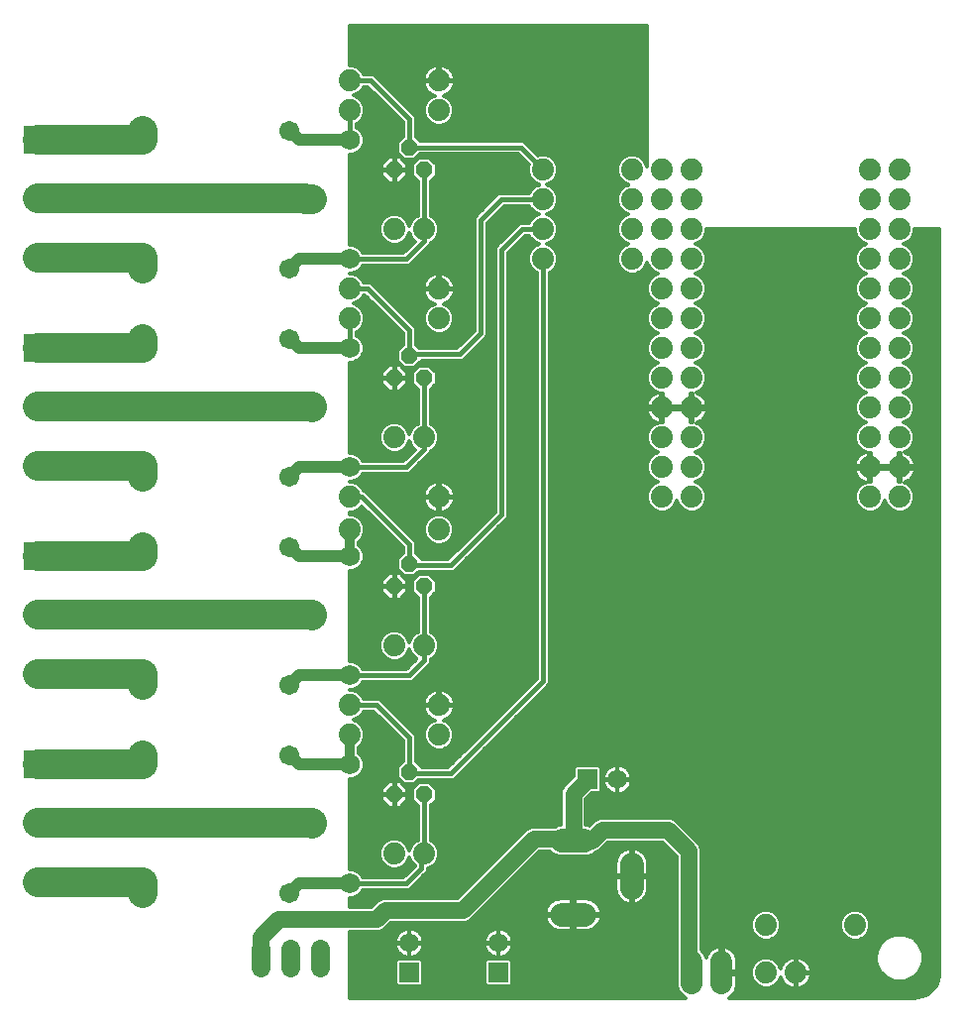
<source format=gbl>
G75*
G70*
%OFA0B0*%
%FSLAX24Y24*%
%IPPOS*%
%LPD*%
%AMOC8*
5,1,8,0,0,1.08239X$1,22.5*
%
%ADD10C,0.0673*%
%ADD11R,0.0950X0.0950*%
%ADD12C,0.0950*%
%ADD13OC8,0.0560*%
%ADD14C,0.0740*%
%ADD15C,0.0680*%
%ADD16C,0.0640*%
%ADD17C,0.0787*%
%ADD18C,0.0650*%
%ADD19R,0.0650X0.0650*%
%ADD20C,0.0740*%
%ADD21C,0.0120*%
%ADD22C,0.0400*%
%ADD23C,0.0160*%
%ADD24C,0.0320*%
%ADD25C,0.1000*%
%ADD26C,0.0560*%
D10*
X005130Y004847D03*
X005130Y009473D03*
X005130Y011847D03*
X005130Y016473D03*
X005130Y018847D03*
X005130Y023473D03*
X005130Y025847D03*
X005130Y030473D03*
X010070Y030473D03*
X010838Y028160D03*
X010070Y025847D03*
X010070Y023473D03*
X010838Y021160D03*
X010070Y018847D03*
X010070Y016473D03*
X010838Y014160D03*
X010070Y011847D03*
X010070Y009473D03*
X010838Y007160D03*
X010070Y004847D03*
D11*
X001600Y009160D03*
X001600Y016160D03*
X001600Y023160D03*
X001600Y030160D03*
D12*
X001600Y005223D03*
X001600Y007191D03*
X001600Y012223D03*
X001600Y014191D03*
X001600Y019223D03*
X001600Y021191D03*
X001600Y026223D03*
X001600Y028191D03*
D13*
X013600Y029160D03*
X014100Y029910D03*
X014600Y029160D03*
X014100Y022910D03*
X013600Y022160D03*
X014600Y022160D03*
X014100Y015910D03*
X013600Y015160D03*
X014600Y015160D03*
X014100Y008910D03*
X013600Y008160D03*
X014600Y008160D03*
D14*
X015100Y010160D03*
X015100Y011160D03*
X014600Y013160D03*
X013600Y013160D03*
X012100Y011160D03*
X012100Y010160D03*
X013600Y006160D03*
X014600Y006160D03*
X015100Y017060D03*
X015100Y018160D03*
X014600Y020160D03*
X013600Y020160D03*
X012100Y018160D03*
X012100Y017060D03*
X012100Y024160D03*
X012100Y025160D03*
X013600Y027160D03*
X014600Y027160D03*
X015100Y025160D03*
X015100Y024160D03*
X018600Y026160D03*
X018600Y027160D03*
X018600Y028160D03*
X018600Y029160D03*
X021600Y029160D03*
X021600Y028160D03*
X021600Y027160D03*
X021600Y026160D03*
X022600Y026160D03*
X022600Y027160D03*
X022600Y028160D03*
X022600Y029160D03*
X023600Y029160D03*
X023600Y028160D03*
X023600Y027160D03*
X023600Y026160D03*
X023600Y025160D03*
X023600Y024160D03*
X023600Y023160D03*
X023600Y022160D03*
X023600Y021160D03*
X023600Y020160D03*
X023600Y019160D03*
X023600Y018160D03*
X022600Y018160D03*
X022600Y019160D03*
X022600Y020160D03*
X022600Y021160D03*
X022600Y022160D03*
X022600Y023160D03*
X022600Y024160D03*
X022600Y025160D03*
X029600Y025160D03*
X029600Y024160D03*
X029600Y023160D03*
X029600Y022160D03*
X029600Y021160D03*
X029600Y020160D03*
X029600Y019160D03*
X029600Y018160D03*
X030600Y018160D03*
X030600Y019160D03*
X030600Y020160D03*
X030600Y021160D03*
X030600Y022160D03*
X030600Y023160D03*
X030600Y024160D03*
X030600Y025160D03*
X030600Y026160D03*
X030600Y027160D03*
X030600Y028160D03*
X030600Y029160D03*
X029600Y029160D03*
X029600Y028160D03*
X029600Y027160D03*
X029600Y026160D03*
X015100Y031160D03*
X015100Y032160D03*
X012100Y032160D03*
X012100Y031160D03*
X026100Y003760D03*
X026100Y002160D03*
X027100Y002160D03*
X029100Y003760D03*
D15*
X012100Y005160D03*
X012100Y009160D03*
X012100Y012160D03*
X012100Y016160D03*
X012100Y019160D03*
X012100Y023160D03*
X012100Y026160D03*
X012100Y030160D03*
D16*
X011100Y002980D02*
X011100Y002340D01*
X010100Y002340D02*
X010100Y002980D01*
X009100Y002980D02*
X009100Y002340D01*
D17*
X019222Y004113D02*
X020009Y004113D01*
X021584Y005018D02*
X021584Y005806D01*
X020009Y006593D02*
X019222Y006593D01*
D18*
X021100Y008660D03*
X017100Y003160D03*
X014100Y003160D03*
D19*
X014100Y002160D03*
X017100Y002160D03*
X020100Y008660D03*
D20*
X023600Y002530D02*
X023600Y001790D01*
X024600Y001790D02*
X024600Y002530D01*
D21*
X024550Y002582D02*
X024650Y002582D01*
X024650Y002464D02*
X024550Y002464D01*
X024550Y002345D02*
X024650Y002345D01*
X024650Y002227D02*
X024550Y002227D01*
X024550Y002210D02*
X024550Y003059D01*
X024476Y003047D01*
X024397Y003021D01*
X024322Y002983D01*
X024255Y002934D01*
X024196Y002875D01*
X024147Y002808D01*
X024109Y002733D01*
X024091Y002678D01*
X024032Y002819D01*
X024155Y002819D01*
X024032Y002819D02*
X023920Y002931D01*
X023920Y006344D01*
X023856Y006498D01*
X023738Y006616D01*
X023038Y007316D01*
X022884Y007380D01*
X020516Y007380D01*
X020362Y007316D01*
X020244Y007198D01*
X020156Y007110D01*
X020116Y007127D01*
X020036Y007127D01*
X020036Y008002D01*
X020229Y008195D01*
X020483Y008195D01*
X020565Y008277D01*
X020565Y009043D01*
X020483Y009125D01*
X019717Y009125D01*
X019635Y009043D01*
X019635Y008789D01*
X019260Y008414D01*
X019196Y008259D01*
X019196Y007127D01*
X019116Y007127D01*
X019003Y007080D01*
X018216Y007080D01*
X018062Y007016D01*
X017944Y006898D01*
X015726Y004680D01*
X013216Y004680D01*
X013062Y004616D01*
X012944Y004498D01*
X012826Y004380D01*
X012100Y004380D01*
X012100Y004680D01*
X012195Y004680D01*
X012372Y004753D01*
X012507Y004888D01*
X012528Y004940D01*
X014091Y004940D01*
X014220Y005069D01*
X014720Y005569D01*
X014720Y005658D01*
X014889Y005728D01*
X015032Y005871D01*
X015110Y006059D01*
X015110Y006261D01*
X015032Y006449D01*
X014889Y006592D01*
X014820Y006621D01*
X014820Y007786D01*
X015020Y007986D01*
X015020Y008334D01*
X014774Y008580D01*
X014426Y008580D01*
X014180Y008334D01*
X014180Y007986D01*
X014380Y007786D01*
X014380Y006621D01*
X014311Y006592D01*
X014168Y006449D01*
X014100Y006286D01*
X014032Y006449D01*
X013889Y006592D01*
X013701Y006670D01*
X013499Y006670D01*
X013311Y006592D01*
X013168Y006449D01*
X013090Y006261D01*
X013090Y006059D01*
X013168Y005871D01*
X013311Y005728D01*
X013499Y005650D01*
X013701Y005650D01*
X013889Y005728D01*
X014032Y005871D01*
X014100Y006034D01*
X014168Y005871D01*
X014280Y005759D01*
X014280Y005751D01*
X013909Y005380D01*
X012528Y005380D01*
X012507Y005432D01*
X012372Y005567D01*
X012195Y005640D01*
X012100Y005640D01*
X012100Y008680D01*
X012195Y008680D01*
X012372Y008753D01*
X012507Y008888D01*
X012580Y009065D01*
X012580Y009255D01*
X012507Y009432D01*
X012400Y009539D01*
X012400Y009739D01*
X012532Y009871D01*
X012610Y010059D01*
X012610Y010261D01*
X012532Y010449D01*
X012389Y010592D01*
X012226Y010660D01*
X012389Y010728D01*
X012532Y010871D01*
X012561Y010940D01*
X012909Y010940D01*
X013880Y009969D01*
X013880Y009284D01*
X013680Y009084D01*
X013680Y008736D01*
X013926Y008490D01*
X014274Y008490D01*
X014424Y008640D01*
X015591Y008640D01*
X015720Y008769D01*
X018820Y011869D01*
X018820Y025699D01*
X018889Y025728D01*
X019032Y025871D01*
X019110Y026059D01*
X019110Y026261D01*
X019032Y026449D01*
X018889Y026592D01*
X018726Y026660D01*
X018889Y026728D01*
X019032Y026871D01*
X019110Y027059D01*
X019110Y027261D01*
X019032Y027449D01*
X018889Y027592D01*
X018726Y027660D01*
X018889Y027728D01*
X019032Y027871D01*
X019110Y028059D01*
X019110Y028261D01*
X019032Y028449D01*
X018889Y028592D01*
X018726Y028660D01*
X018889Y028728D01*
X019032Y028871D01*
X019110Y029059D01*
X019110Y029261D01*
X019032Y029449D01*
X018889Y029592D01*
X018701Y029670D01*
X018499Y029670D01*
X018430Y029641D01*
X017941Y030130D01*
X014474Y030130D01*
X014320Y030284D01*
X014320Y030951D01*
X014191Y031080D01*
X012891Y032380D01*
X012561Y032380D01*
X012532Y032449D01*
X012389Y032592D01*
X012201Y032670D01*
X012100Y032670D01*
X012100Y034000D01*
X022100Y034000D01*
X022100Y029286D01*
X022032Y029449D01*
X021889Y029592D01*
X021701Y029670D01*
X021499Y029670D01*
X021311Y029592D01*
X021168Y029449D01*
X021090Y029261D01*
X021090Y029059D01*
X021168Y028871D01*
X021311Y028728D01*
X021474Y028660D01*
X021311Y028592D01*
X021168Y028449D01*
X021090Y028261D01*
X021090Y028059D01*
X021168Y027871D01*
X021311Y027728D01*
X021474Y027660D01*
X021311Y027592D01*
X021168Y027449D01*
X021090Y027261D01*
X021090Y027059D01*
X021168Y026871D01*
X021311Y026728D01*
X021474Y026660D01*
X021311Y026592D01*
X021168Y026449D01*
X021090Y026261D01*
X021090Y026059D01*
X021168Y025871D01*
X021311Y025728D01*
X021499Y025650D01*
X021701Y025650D01*
X021889Y025728D01*
X022032Y025871D01*
X022100Y026034D01*
X022168Y025871D01*
X022311Y025728D01*
X022474Y025660D01*
X022311Y025592D01*
X022168Y025449D01*
X022090Y025261D01*
X022090Y025059D01*
X022168Y024871D01*
X022311Y024728D01*
X022474Y024660D01*
X022311Y024592D01*
X022168Y024449D01*
X022090Y024261D01*
X022090Y024059D01*
X022168Y023871D01*
X022311Y023728D01*
X022474Y023660D01*
X022311Y023592D01*
X022168Y023449D01*
X022090Y023261D01*
X022090Y023059D01*
X022168Y022871D01*
X022311Y022728D01*
X022474Y022660D01*
X022311Y022592D01*
X022168Y022449D01*
X022090Y022261D01*
X022090Y022059D01*
X022168Y021871D01*
X022311Y021728D01*
X022452Y021669D01*
X022397Y021651D01*
X022322Y021613D01*
X022255Y021564D01*
X022196Y021505D01*
X022147Y021438D01*
X022109Y021363D01*
X022083Y021284D01*
X022070Y021202D01*
X022070Y021200D01*
X022560Y021200D01*
X022560Y021650D01*
X022640Y021650D01*
X022640Y021200D01*
X022560Y021200D01*
X022560Y021120D01*
X022560Y020670D01*
X022640Y020670D01*
X022640Y021120D01*
X022640Y021200D01*
X023070Y021200D01*
X023560Y021200D01*
X023560Y021650D01*
X023640Y021650D01*
X023640Y021200D01*
X023560Y021200D01*
X023560Y021120D01*
X022640Y021120D01*
X022560Y021120D01*
X022070Y021120D01*
X022070Y021118D01*
X022083Y021036D01*
X022109Y020957D01*
X022147Y020882D01*
X022196Y020815D01*
X022255Y020756D01*
X022322Y020707D01*
X022397Y020669D01*
X022452Y020651D01*
X022311Y020592D01*
X022168Y020449D01*
X022090Y020261D01*
X022090Y020059D01*
X022168Y019871D01*
X022311Y019728D01*
X022474Y019660D01*
X022311Y019592D01*
X022168Y019449D01*
X022090Y019261D01*
X022090Y019059D01*
X022168Y018871D01*
X022311Y018728D01*
X022474Y018660D01*
X022311Y018592D01*
X022168Y018449D01*
X022090Y018261D01*
X022090Y018059D01*
X022168Y017871D01*
X022311Y017728D01*
X022499Y017650D01*
X022701Y017650D01*
X022889Y017728D01*
X023032Y017871D01*
X023100Y018034D01*
X023168Y017871D01*
X023311Y017728D01*
X023499Y017650D01*
X023701Y017650D01*
X023889Y017728D01*
X024032Y017871D01*
X024110Y018059D01*
X024110Y018261D01*
X024032Y018449D01*
X023889Y018592D01*
X023726Y018660D01*
X023889Y018728D01*
X024032Y018871D01*
X024110Y019059D01*
X024110Y019261D01*
X024032Y019449D01*
X023889Y019592D01*
X023726Y019660D01*
X023889Y019728D01*
X024032Y019871D01*
X024110Y020059D01*
X024110Y020261D01*
X024032Y020449D01*
X023889Y020592D01*
X023748Y020651D01*
X023803Y020669D01*
X023878Y020707D01*
X023945Y020756D01*
X024004Y020815D01*
X024053Y020882D01*
X024091Y020957D01*
X024117Y021036D01*
X024130Y021118D01*
X024130Y021120D01*
X023640Y021120D01*
X023640Y021200D01*
X024130Y021200D01*
X024130Y021202D01*
X024117Y021284D01*
X024091Y021363D01*
X024053Y021438D01*
X024004Y021505D01*
X023945Y021564D01*
X023878Y021613D01*
X023803Y021651D01*
X023748Y021669D01*
X023889Y021728D01*
X024032Y021871D01*
X024110Y022059D01*
X024110Y022261D01*
X024032Y022449D01*
X023889Y022592D01*
X023726Y022660D01*
X023889Y022728D01*
X024032Y022871D01*
X024110Y023059D01*
X024110Y023261D01*
X024032Y023449D01*
X023889Y023592D01*
X023726Y023660D01*
X023889Y023728D01*
X024032Y023871D01*
X024110Y024059D01*
X024110Y024261D01*
X024032Y024449D01*
X023889Y024592D01*
X023726Y024660D01*
X023889Y024728D01*
X024032Y024871D01*
X024110Y025059D01*
X024110Y025261D01*
X024032Y025449D01*
X023889Y025592D01*
X023726Y025660D01*
X023889Y025728D01*
X024032Y025871D01*
X024110Y026059D01*
X024110Y026261D01*
X024032Y026449D01*
X023889Y026592D01*
X023726Y026660D01*
X023889Y026728D01*
X024032Y026871D01*
X024110Y027059D01*
X024110Y027160D01*
X029090Y027160D01*
X029090Y027059D01*
X029168Y026871D01*
X029311Y026728D01*
X029474Y026660D01*
X029311Y026592D01*
X029168Y026449D01*
X029090Y026261D01*
X029090Y026059D01*
X029168Y025871D01*
X029311Y025728D01*
X029474Y025660D01*
X029311Y025592D01*
X029168Y025449D01*
X029090Y025261D01*
X029090Y025059D01*
X029168Y024871D01*
X029311Y024728D01*
X029474Y024660D01*
X029311Y024592D01*
X029168Y024449D01*
X029090Y024261D01*
X029090Y024059D01*
X029168Y023871D01*
X029311Y023728D01*
X029474Y023660D01*
X029311Y023592D01*
X029168Y023449D01*
X029090Y023261D01*
X029090Y023059D01*
X029168Y022871D01*
X029311Y022728D01*
X029474Y022660D01*
X029311Y022592D01*
X029168Y022449D01*
X029090Y022261D01*
X029090Y022059D01*
X029168Y021871D01*
X029311Y021728D01*
X029474Y021660D01*
X029311Y021592D01*
X029168Y021449D01*
X029090Y021261D01*
X029090Y021059D01*
X029168Y020871D01*
X029311Y020728D01*
X029474Y020660D01*
X029311Y020592D01*
X029168Y020449D01*
X029090Y020261D01*
X029090Y020059D01*
X029168Y019871D01*
X029311Y019728D01*
X029452Y019669D01*
X029397Y019651D01*
X029322Y019613D01*
X029255Y019564D01*
X029196Y019505D01*
X029147Y019438D01*
X029109Y019363D01*
X029083Y019284D01*
X029070Y019202D01*
X029070Y019200D01*
X029560Y019200D01*
X029560Y019650D01*
X029640Y019650D01*
X029640Y019200D01*
X029560Y019200D01*
X029560Y019120D01*
X029640Y019120D01*
X029640Y019200D01*
X030070Y019200D01*
X030560Y019200D01*
X030560Y019650D01*
X030640Y019650D01*
X030640Y019200D01*
X030560Y019200D01*
X030560Y019120D01*
X029640Y019120D01*
X029640Y018670D01*
X029560Y018670D01*
X029560Y019120D01*
X029070Y019120D01*
X029070Y019118D01*
X029083Y019036D01*
X029109Y018957D01*
X029147Y018882D01*
X029196Y018815D01*
X029255Y018756D01*
X029322Y018707D01*
X029397Y018669D01*
X029452Y018651D01*
X029311Y018592D01*
X029168Y018449D01*
X029090Y018261D01*
X029090Y018059D01*
X029168Y017871D01*
X029311Y017728D01*
X029499Y017650D01*
X029701Y017650D01*
X029889Y017728D01*
X030032Y017871D01*
X030100Y018034D01*
X030168Y017871D01*
X030311Y017728D01*
X030499Y017650D01*
X030701Y017650D01*
X030889Y017728D01*
X031032Y017871D01*
X031110Y018059D01*
X031110Y018261D01*
X031032Y018449D01*
X030889Y018592D01*
X030748Y018651D01*
X030803Y018669D01*
X030878Y018707D01*
X030945Y018756D01*
X031004Y018815D01*
X031053Y018882D01*
X031091Y018957D01*
X031117Y019036D01*
X031130Y019118D01*
X031130Y019120D01*
X030640Y019120D01*
X030640Y019200D01*
X031130Y019200D01*
X031130Y019202D01*
X031117Y019284D01*
X031091Y019363D01*
X031053Y019438D01*
X031004Y019505D01*
X030945Y019564D01*
X030878Y019613D01*
X030803Y019651D01*
X030748Y019669D01*
X030889Y019728D01*
X031032Y019871D01*
X031110Y020059D01*
X031110Y020261D01*
X031032Y020449D01*
X030889Y020592D01*
X030726Y020660D01*
X030889Y020728D01*
X031032Y020871D01*
X031110Y021059D01*
X031110Y021261D01*
X031032Y021449D01*
X030889Y021592D01*
X030726Y021660D01*
X030889Y021728D01*
X031032Y021871D01*
X031110Y022059D01*
X031110Y022261D01*
X031032Y022449D01*
X030889Y022592D01*
X030726Y022660D01*
X030889Y022728D01*
X031032Y022871D01*
X031110Y023059D01*
X031110Y023261D01*
X031032Y023449D01*
X030889Y023592D01*
X030726Y023660D01*
X030889Y023728D01*
X031032Y023871D01*
X031110Y024059D01*
X031110Y024261D01*
X031032Y024449D01*
X030889Y024592D01*
X030726Y024660D01*
X030889Y024728D01*
X031032Y024871D01*
X031110Y025059D01*
X031110Y025261D01*
X031032Y025449D01*
X030889Y025592D01*
X030726Y025660D01*
X030889Y025728D01*
X031032Y025871D01*
X031110Y026059D01*
X031110Y026261D01*
X031032Y026449D01*
X030889Y026592D01*
X030726Y026660D01*
X030889Y026728D01*
X031032Y026871D01*
X031110Y027059D01*
X031110Y027160D01*
X031940Y027160D01*
X031940Y002160D01*
X031930Y002029D01*
X031848Y001779D01*
X031694Y001566D01*
X031481Y001412D01*
X031231Y001330D01*
X031100Y001320D01*
X024845Y001320D01*
X024878Y001337D01*
X024945Y001386D01*
X025004Y001445D01*
X025053Y001512D01*
X025091Y001587D01*
X025117Y001666D01*
X025130Y001748D01*
X025130Y002110D01*
X024650Y002110D01*
X024650Y002210D01*
X024550Y002210D01*
X024650Y002210D02*
X024650Y003059D01*
X024724Y003047D01*
X024803Y003021D01*
X024878Y002983D01*
X024945Y002934D01*
X025004Y002875D01*
X025053Y002808D01*
X025091Y002733D01*
X025117Y002654D01*
X025130Y002572D01*
X025130Y002210D01*
X024650Y002210D01*
X025130Y002227D02*
X025590Y002227D01*
X025590Y002261D02*
X025590Y002059D01*
X025668Y001871D01*
X025130Y001871D01*
X025130Y001753D02*
X025786Y001753D01*
X025811Y001728D02*
X025999Y001650D01*
X026201Y001650D01*
X026389Y001728D01*
X026532Y001871D01*
X026655Y001871D01*
X026647Y001882D02*
X026696Y001815D01*
X026755Y001756D01*
X026822Y001707D01*
X026897Y001669D01*
X026976Y001643D01*
X027058Y001630D01*
X027080Y001630D01*
X027080Y002140D01*
X027120Y002140D01*
X027120Y002180D01*
X027630Y002180D01*
X027630Y002202D01*
X027617Y002284D01*
X027591Y002363D01*
X027553Y002438D01*
X027504Y002505D01*
X027445Y002564D01*
X027378Y002613D01*
X027303Y002651D01*
X027224Y002677D01*
X027142Y002690D01*
X027120Y002690D01*
X027120Y002180D01*
X027080Y002180D01*
X027080Y002690D01*
X027058Y002690D01*
X026976Y002677D01*
X026897Y002651D01*
X026822Y002613D01*
X026755Y002564D01*
X026696Y002505D01*
X026647Y002438D01*
X026609Y002363D01*
X026591Y002308D01*
X026532Y002449D01*
X026389Y002592D01*
X026201Y002670D01*
X025999Y002670D01*
X025811Y002592D01*
X025668Y002449D01*
X025590Y002261D01*
X025625Y002345D02*
X025130Y002345D01*
X025130Y002464D02*
X025682Y002464D01*
X025801Y002582D02*
X025128Y002582D01*
X025102Y002701D02*
X029810Y002701D01*
X029810Y002817D02*
X029810Y002503D01*
X029930Y002213D01*
X030153Y001990D01*
X030443Y001870D01*
X030757Y001870D01*
X031047Y001990D01*
X031270Y002213D01*
X031390Y002503D01*
X031390Y002817D01*
X031270Y003107D01*
X031047Y003330D01*
X030757Y003450D01*
X030443Y003450D01*
X030153Y003330D01*
X029930Y003107D01*
X029810Y002817D01*
X029811Y002819D02*
X025045Y002819D01*
X024941Y002938D02*
X029860Y002938D01*
X029909Y003056D02*
X024667Y003056D01*
X024650Y003056D02*
X024550Y003056D01*
X024533Y003056D02*
X023920Y003056D01*
X023920Y002938D02*
X024259Y002938D01*
X024098Y002701D02*
X024081Y002701D01*
X024550Y002701D02*
X024650Y002701D01*
X024650Y002819D02*
X024550Y002819D01*
X024550Y002938D02*
X024650Y002938D01*
X023920Y003649D02*
X025594Y003649D01*
X025590Y003659D02*
X025668Y003471D01*
X025811Y003328D01*
X025999Y003250D01*
X026201Y003250D01*
X026389Y003328D01*
X026532Y003471D01*
X026610Y003659D01*
X026610Y003861D01*
X026532Y004049D01*
X026389Y004192D01*
X026201Y004270D01*
X025999Y004270D01*
X025811Y004192D01*
X025668Y004049D01*
X025590Y003861D01*
X025590Y003659D01*
X025590Y003767D02*
X023920Y003767D01*
X023920Y003886D02*
X025600Y003886D01*
X025649Y004004D02*
X023920Y004004D01*
X023920Y004123D02*
X025741Y004123D01*
X025929Y004241D02*
X023920Y004241D01*
X023920Y004360D02*
X031940Y004360D01*
X031940Y004478D02*
X023920Y004478D01*
X023920Y004597D02*
X031940Y004597D01*
X031940Y004715D02*
X023920Y004715D01*
X023920Y004834D02*
X031940Y004834D01*
X031940Y004952D02*
X023920Y004952D01*
X023920Y005071D02*
X031940Y005071D01*
X031940Y005189D02*
X023920Y005189D01*
X023920Y005308D02*
X031940Y005308D01*
X031940Y005426D02*
X023920Y005426D01*
X023920Y005545D02*
X031940Y005545D01*
X031940Y005663D02*
X023920Y005663D01*
X023920Y005782D02*
X031940Y005782D01*
X031940Y005900D02*
X023920Y005900D01*
X023920Y006019D02*
X031940Y006019D01*
X031940Y006137D02*
X023920Y006137D01*
X023920Y006256D02*
X031940Y006256D01*
X031940Y006374D02*
X023907Y006374D01*
X023858Y006493D02*
X031940Y006493D01*
X031940Y006611D02*
X023743Y006611D01*
X023624Y006730D02*
X031940Y006730D01*
X031940Y006848D02*
X023506Y006848D01*
X023387Y006967D02*
X031940Y006967D01*
X031940Y007085D02*
X023269Y007085D01*
X023150Y007204D02*
X031940Y007204D01*
X031940Y007322D02*
X023024Y007322D01*
X022626Y006540D02*
X023080Y006086D01*
X023080Y001876D01*
X023090Y001852D01*
X023090Y001689D01*
X023168Y001501D01*
X023311Y001358D01*
X023402Y001320D01*
X012100Y001320D01*
X012100Y003540D01*
X013084Y003540D01*
X013238Y003604D01*
X013474Y003840D01*
X015984Y003840D01*
X016138Y003904D01*
X018474Y006240D01*
X018820Y006240D01*
X018920Y006141D01*
X019116Y006059D01*
X020116Y006059D01*
X020312Y006141D01*
X020364Y006193D01*
X020471Y006237D01*
X020774Y006540D01*
X022626Y006540D01*
X022674Y006493D02*
X020726Y006493D01*
X020608Y006374D02*
X022792Y006374D01*
X022911Y006256D02*
X021907Y006256D01*
X021874Y006279D02*
X021797Y006319D01*
X021714Y006346D01*
X021628Y006359D01*
X021623Y006359D01*
X021623Y005450D01*
X022138Y005450D01*
X022138Y005849D01*
X022124Y005935D01*
X022097Y006018D01*
X022058Y006096D01*
X022007Y006166D01*
X021945Y006228D01*
X021874Y006279D01*
X022028Y006137D02*
X023029Y006137D01*
X023080Y006019D02*
X022097Y006019D01*
X022130Y005900D02*
X023080Y005900D01*
X023080Y005782D02*
X022138Y005782D01*
X022138Y005663D02*
X023080Y005663D01*
X023080Y005545D02*
X022138Y005545D01*
X022138Y005374D02*
X021623Y005374D01*
X021623Y005450D01*
X021546Y005450D01*
X021546Y005374D01*
X021031Y005374D01*
X021031Y004975D01*
X021044Y004889D01*
X021071Y004806D01*
X021111Y004728D01*
X021162Y004658D01*
X021224Y004596D01*
X021294Y004545D01*
X021372Y004505D01*
X021455Y004478D01*
X021541Y004465D01*
X021546Y004465D01*
X021546Y005374D01*
X021623Y005374D01*
X021623Y004465D01*
X021628Y004465D01*
X021714Y004478D01*
X021797Y004505D01*
X021874Y004545D01*
X021945Y004596D01*
X022007Y004658D01*
X022058Y004728D01*
X022097Y004806D01*
X022124Y004889D01*
X022138Y004975D01*
X022138Y005374D01*
X022138Y005308D02*
X023080Y005308D01*
X023080Y005426D02*
X021623Y005426D01*
X021546Y005426D02*
X017660Y005426D01*
X017778Y005545D02*
X021031Y005545D01*
X021031Y005450D02*
X021546Y005450D01*
X021546Y006359D01*
X021541Y006359D01*
X021455Y006346D01*
X021372Y006319D01*
X021294Y006279D01*
X021224Y006228D01*
X021162Y006166D01*
X021111Y006096D01*
X021071Y006018D01*
X021044Y005935D01*
X021031Y005849D01*
X021031Y005450D01*
X021031Y005308D02*
X017541Y005308D01*
X017423Y005189D02*
X021031Y005189D01*
X021031Y005071D02*
X017304Y005071D01*
X017186Y004952D02*
X021034Y004952D01*
X021062Y004834D02*
X017067Y004834D01*
X016949Y004715D02*
X021120Y004715D01*
X021223Y004597D02*
X020280Y004597D01*
X020300Y004586D02*
X020222Y004626D01*
X020139Y004653D01*
X020053Y004666D01*
X019654Y004666D01*
X019654Y004151D01*
X020563Y004151D01*
X020563Y004156D01*
X020550Y004242D01*
X020523Y004325D01*
X020483Y004403D01*
X020432Y004473D01*
X020370Y004535D01*
X020300Y004586D01*
X020427Y004478D02*
X021456Y004478D01*
X021546Y004478D02*
X021623Y004478D01*
X021713Y004478D02*
X023080Y004478D01*
X023080Y004360D02*
X020505Y004360D01*
X020550Y004241D02*
X023080Y004241D01*
X023080Y004123D02*
X019654Y004123D01*
X019654Y004151D02*
X019654Y004074D01*
X019654Y003559D01*
X020053Y003559D01*
X020139Y003573D01*
X020222Y003600D01*
X020300Y003639D01*
X020370Y003690D01*
X020432Y003752D01*
X020483Y003823D01*
X020523Y003900D01*
X020550Y003983D01*
X020563Y004069D01*
X020563Y004074D01*
X019654Y004074D01*
X019577Y004074D01*
X019577Y003559D01*
X019178Y003559D01*
X019092Y003573D01*
X019009Y003600D01*
X018932Y003639D01*
X018861Y003690D01*
X018800Y003752D01*
X018748Y003823D01*
X018709Y003900D01*
X018682Y003983D01*
X018668Y004069D01*
X018668Y004074D01*
X019577Y004074D01*
X019577Y004151D01*
X018668Y004151D01*
X018668Y004156D01*
X018682Y004242D01*
X018709Y004325D01*
X018748Y004403D01*
X018800Y004473D01*
X018861Y004535D01*
X018932Y004586D01*
X019009Y004626D01*
X019092Y004653D01*
X019178Y004666D01*
X019577Y004666D01*
X019577Y004151D01*
X019654Y004151D01*
X019577Y004123D02*
X016356Y004123D01*
X016475Y004241D02*
X018682Y004241D01*
X018726Y004360D02*
X016593Y004360D01*
X016712Y004478D02*
X018804Y004478D01*
X018952Y004597D02*
X016830Y004597D01*
X016238Y004004D02*
X018679Y004004D01*
X018716Y003886D02*
X016093Y003886D01*
X016685Y003414D02*
X016651Y003346D01*
X016627Y003274D01*
X016615Y003198D01*
X016615Y003169D01*
X017091Y003169D01*
X017091Y003645D01*
X017062Y003645D01*
X016986Y003633D01*
X016914Y003609D01*
X016846Y003575D01*
X016784Y003530D01*
X016730Y003476D01*
X016685Y003414D01*
X016684Y003412D02*
X014516Y003412D01*
X014515Y003414D02*
X014470Y003476D01*
X014416Y003530D01*
X014354Y003575D01*
X014286Y003609D01*
X014214Y003633D01*
X014138Y003645D01*
X014109Y003645D01*
X014109Y003169D01*
X014091Y003169D01*
X014091Y003645D01*
X014062Y003645D01*
X013986Y003633D01*
X013914Y003609D01*
X013846Y003575D01*
X013784Y003530D01*
X013730Y003476D01*
X013685Y003414D01*
X013651Y003346D01*
X013627Y003274D01*
X013615Y003198D01*
X013615Y003169D01*
X014091Y003169D01*
X014091Y003151D01*
X013615Y003151D01*
X013615Y003122D01*
X013627Y003046D01*
X013651Y002974D01*
X013685Y002906D01*
X013730Y002844D01*
X013784Y002790D01*
X013846Y002745D01*
X013914Y002711D01*
X013986Y002687D01*
X014062Y002675D01*
X014091Y002675D01*
X014091Y003151D01*
X014109Y003151D01*
X014109Y003169D01*
X014585Y003169D01*
X014585Y003198D01*
X014573Y003274D01*
X014549Y003346D01*
X014515Y003414D01*
X014567Y003293D02*
X016633Y003293D01*
X016615Y003175D02*
X014585Y003175D01*
X014585Y003151D02*
X014109Y003151D01*
X014109Y002675D01*
X014138Y002675D01*
X014214Y002687D01*
X014286Y002711D01*
X014354Y002745D01*
X014416Y002790D01*
X014470Y002844D01*
X014515Y002906D01*
X014549Y002974D01*
X014573Y003046D01*
X014585Y003122D01*
X014585Y003151D01*
X014575Y003056D02*
X016625Y003056D01*
X016627Y003046D02*
X016651Y002974D01*
X016685Y002906D01*
X016730Y002844D01*
X016784Y002790D01*
X016846Y002745D01*
X016914Y002711D01*
X016986Y002687D01*
X017062Y002675D01*
X017091Y002675D01*
X017091Y003151D01*
X016615Y003151D01*
X016615Y003122D01*
X016627Y003046D01*
X016669Y002938D02*
X014531Y002938D01*
X014445Y002819D02*
X016755Y002819D01*
X016717Y002625D02*
X016635Y002543D01*
X016635Y001777D01*
X016717Y001695D01*
X017483Y001695D01*
X017565Y001777D01*
X017565Y002543D01*
X017483Y002625D01*
X016717Y002625D01*
X016674Y002582D02*
X014526Y002582D01*
X014565Y002543D02*
X014483Y002625D01*
X013717Y002625D01*
X013635Y002543D01*
X013635Y001777D01*
X013717Y001695D01*
X014483Y001695D01*
X014565Y001777D01*
X014565Y002543D01*
X014565Y002464D02*
X016635Y002464D01*
X016635Y002345D02*
X014565Y002345D01*
X014565Y002227D02*
X016635Y002227D01*
X016635Y002108D02*
X014565Y002108D01*
X014565Y001990D02*
X016635Y001990D01*
X016635Y001871D02*
X014565Y001871D01*
X014540Y001753D02*
X016660Y001753D01*
X017540Y001753D02*
X023090Y001753D01*
X023082Y001871D02*
X017565Y001871D01*
X017565Y001990D02*
X023080Y001990D01*
X023080Y002108D02*
X017565Y002108D01*
X017565Y002227D02*
X023080Y002227D01*
X023080Y002345D02*
X017565Y002345D01*
X017565Y002464D02*
X023080Y002464D01*
X023080Y002582D02*
X017526Y002582D01*
X017416Y002790D02*
X017470Y002844D01*
X017515Y002906D01*
X017549Y002974D01*
X017573Y003046D01*
X017585Y003122D01*
X017585Y003151D01*
X017109Y003151D01*
X017109Y003169D01*
X017091Y003169D01*
X017091Y003151D01*
X017109Y003151D01*
X017109Y002675D01*
X017138Y002675D01*
X017214Y002687D01*
X017286Y002711D01*
X017354Y002745D01*
X017416Y002790D01*
X017445Y002819D02*
X023080Y002819D01*
X023080Y002701D02*
X017255Y002701D01*
X017109Y002701D02*
X017091Y002701D01*
X017091Y002819D02*
X017109Y002819D01*
X017109Y002938D02*
X017091Y002938D01*
X017091Y003056D02*
X017109Y003056D01*
X017109Y003169D02*
X017585Y003169D01*
X017585Y003198D01*
X017573Y003274D01*
X017549Y003346D01*
X017515Y003414D01*
X017470Y003476D01*
X017416Y003530D01*
X017354Y003575D01*
X017286Y003609D01*
X017214Y003633D01*
X017138Y003645D01*
X017109Y003645D01*
X017109Y003169D01*
X017109Y003175D02*
X017091Y003175D01*
X017091Y003293D02*
X017109Y003293D01*
X017109Y003412D02*
X017091Y003412D01*
X017091Y003530D02*
X017109Y003530D01*
X017416Y003530D02*
X023080Y003530D01*
X023080Y003412D02*
X017516Y003412D01*
X017567Y003293D02*
X023080Y003293D01*
X023080Y003175D02*
X017585Y003175D01*
X017575Y003056D02*
X023080Y003056D01*
X023080Y002938D02*
X017531Y002938D01*
X016945Y002701D02*
X014255Y002701D01*
X014109Y002701D02*
X014091Y002701D01*
X014091Y002819D02*
X014109Y002819D01*
X014109Y002938D02*
X014091Y002938D01*
X014091Y003056D02*
X014109Y003056D01*
X014109Y003175D02*
X014091Y003175D01*
X014091Y003293D02*
X014109Y003293D01*
X014109Y003412D02*
X014091Y003412D01*
X014091Y003530D02*
X014109Y003530D01*
X014416Y003530D02*
X016784Y003530D01*
X015761Y004715D02*
X012280Y004715D01*
X012452Y004834D02*
X015880Y004834D01*
X015998Y004952D02*
X014103Y004952D01*
X014222Y005071D02*
X016117Y005071D01*
X016235Y005189D02*
X014340Y005189D01*
X014459Y005308D02*
X016354Y005308D01*
X016472Y005426D02*
X014577Y005426D01*
X014696Y005545D02*
X016591Y005545D01*
X016709Y005663D02*
X014733Y005663D01*
X014943Y005782D02*
X016828Y005782D01*
X016946Y005900D02*
X015044Y005900D01*
X015093Y006019D02*
X017065Y006019D01*
X017183Y006137D02*
X015110Y006137D01*
X015110Y006256D02*
X017302Y006256D01*
X017420Y006374D02*
X015063Y006374D01*
X014989Y006493D02*
X017539Y006493D01*
X017657Y006611D02*
X014844Y006611D01*
X014820Y006730D02*
X017776Y006730D01*
X017894Y006848D02*
X014820Y006848D01*
X014820Y006967D02*
X018013Y006967D01*
X018371Y006137D02*
X018928Y006137D01*
X018252Y006019D02*
X021071Y006019D01*
X021039Y005900D02*
X018134Y005900D01*
X018015Y005782D02*
X021031Y005782D01*
X021031Y005663D02*
X017897Y005663D01*
X019015Y007085D02*
X014820Y007085D01*
X014820Y007204D02*
X019196Y007204D01*
X019196Y007322D02*
X014820Y007322D01*
X014820Y007441D02*
X019196Y007441D01*
X019196Y007559D02*
X014820Y007559D01*
X014820Y007678D02*
X019196Y007678D01*
X019196Y007796D02*
X014830Y007796D01*
X014948Y007915D02*
X019196Y007915D01*
X019196Y008033D02*
X015020Y008033D01*
X015020Y008152D02*
X019196Y008152D01*
X019200Y008270D02*
X015020Y008270D01*
X014965Y008389D02*
X019249Y008389D01*
X019353Y008507D02*
X014847Y008507D01*
X014409Y008626D02*
X019472Y008626D01*
X019590Y008744D02*
X015695Y008744D01*
X015814Y008863D02*
X019635Y008863D01*
X019635Y008981D02*
X015932Y008981D01*
X016051Y009100D02*
X019692Y009100D01*
X020508Y009100D02*
X020894Y009100D01*
X020914Y009109D02*
X020846Y009075D01*
X020784Y009030D01*
X020730Y008976D01*
X020685Y008914D01*
X020651Y008846D01*
X020627Y008774D01*
X020615Y008698D01*
X020615Y008669D01*
X021091Y008669D01*
X021091Y009145D01*
X021062Y009145D01*
X020986Y009133D01*
X020914Y009109D01*
X021091Y009100D02*
X021109Y009100D01*
X021109Y009145D02*
X021138Y009145D01*
X021214Y009133D01*
X021286Y009109D01*
X021354Y009075D01*
X021416Y009030D01*
X021470Y008976D01*
X021515Y008914D01*
X021549Y008846D01*
X021573Y008774D01*
X021585Y008698D01*
X021585Y008669D01*
X021109Y008669D01*
X021109Y008651D01*
X021585Y008651D01*
X021585Y008622D01*
X021573Y008546D01*
X021549Y008474D01*
X021515Y008406D01*
X021470Y008344D01*
X021416Y008290D01*
X021354Y008245D01*
X021286Y008211D01*
X021214Y008187D01*
X021138Y008175D01*
X021109Y008175D01*
X021109Y008651D01*
X021091Y008651D01*
X021091Y008175D01*
X021062Y008175D01*
X020986Y008187D01*
X020914Y008211D01*
X020846Y008245D01*
X020784Y008290D01*
X020730Y008344D01*
X020685Y008406D01*
X020651Y008474D01*
X020627Y008546D01*
X020615Y008622D01*
X020615Y008651D01*
X021091Y008651D01*
X021091Y008669D01*
X021109Y008669D01*
X021109Y009145D01*
X021091Y008981D02*
X021109Y008981D01*
X021109Y008863D02*
X021091Y008863D01*
X021091Y008744D02*
X021109Y008744D01*
X021109Y008626D02*
X021091Y008626D01*
X021091Y008507D02*
X021109Y008507D01*
X021109Y008389D02*
X021091Y008389D01*
X021091Y008270D02*
X021109Y008270D01*
X021388Y008270D02*
X031940Y008270D01*
X031940Y008152D02*
X020185Y008152D01*
X020067Y008033D02*
X031940Y008033D01*
X031940Y007915D02*
X020036Y007915D01*
X020036Y007796D02*
X031940Y007796D01*
X031940Y007678D02*
X020036Y007678D01*
X020036Y007559D02*
X031940Y007559D01*
X031940Y007441D02*
X020036Y007441D01*
X020036Y007322D02*
X020376Y007322D01*
X020250Y007204D02*
X020036Y007204D01*
X020489Y006256D02*
X021261Y006256D01*
X021141Y006137D02*
X020303Y006137D01*
X021546Y006137D02*
X021623Y006137D01*
X021623Y006019D02*
X021546Y006019D01*
X021546Y005900D02*
X021623Y005900D01*
X021623Y005782D02*
X021546Y005782D01*
X021546Y005663D02*
X021623Y005663D01*
X021623Y005545D02*
X021546Y005545D01*
X021546Y005308D02*
X021623Y005308D01*
X021623Y005189D02*
X021546Y005189D01*
X021546Y005071D02*
X021623Y005071D01*
X021623Y004952D02*
X021546Y004952D01*
X021546Y004834D02*
X021623Y004834D01*
X021623Y004715D02*
X021546Y004715D01*
X021546Y004597D02*
X021623Y004597D01*
X021946Y004597D02*
X023080Y004597D01*
X023080Y004715D02*
X022048Y004715D01*
X022106Y004834D02*
X023080Y004834D01*
X023080Y004952D02*
X022134Y004952D01*
X022138Y005071D02*
X023080Y005071D01*
X023080Y005189D02*
X022138Y005189D01*
X021623Y006256D02*
X021546Y006256D01*
X019654Y004597D02*
X019577Y004597D01*
X019577Y004478D02*
X019654Y004478D01*
X019654Y004360D02*
X019577Y004360D01*
X019577Y004241D02*
X019654Y004241D01*
X019654Y004004D02*
X019577Y004004D01*
X019577Y003886D02*
X019654Y003886D01*
X019654Y003767D02*
X019577Y003767D01*
X019577Y003649D02*
X019654Y003649D01*
X020312Y003649D02*
X023080Y003649D01*
X023080Y003767D02*
X020443Y003767D01*
X020515Y003886D02*
X023080Y003886D01*
X023080Y004004D02*
X020553Y004004D01*
X018919Y003649D02*
X013282Y003649D01*
X013401Y003767D02*
X018789Y003767D01*
X023113Y001634D02*
X012100Y001634D01*
X012100Y001516D02*
X023162Y001516D01*
X023272Y001397D02*
X012100Y001397D01*
X012100Y001753D02*
X013660Y001753D01*
X013635Y001871D02*
X012100Y001871D01*
X012100Y001990D02*
X013635Y001990D01*
X013635Y002108D02*
X012100Y002108D01*
X012100Y002227D02*
X013635Y002227D01*
X013635Y002345D02*
X012100Y002345D01*
X012100Y002464D02*
X013635Y002464D01*
X013674Y002582D02*
X012100Y002582D01*
X012100Y002701D02*
X013945Y002701D01*
X013755Y002819D02*
X012100Y002819D01*
X012100Y002938D02*
X013669Y002938D01*
X013625Y003056D02*
X012100Y003056D01*
X012100Y003175D02*
X013615Y003175D01*
X013633Y003293D02*
X012100Y003293D01*
X012100Y003412D02*
X013684Y003412D01*
X013784Y003530D02*
X012100Y003530D01*
X012100Y004478D02*
X012924Y004478D01*
X013043Y004597D02*
X012100Y004597D01*
X012509Y005426D02*
X013955Y005426D01*
X014073Y005545D02*
X012394Y005545D01*
X012100Y005663D02*
X013467Y005663D01*
X013257Y005782D02*
X012100Y005782D01*
X012100Y005900D02*
X013156Y005900D01*
X013107Y006019D02*
X012100Y006019D01*
X012100Y006137D02*
X013090Y006137D01*
X013090Y006256D02*
X012100Y006256D01*
X012100Y006374D02*
X013137Y006374D01*
X013211Y006493D02*
X012100Y006493D01*
X012100Y006611D02*
X013356Y006611D01*
X013844Y006611D02*
X014356Y006611D01*
X014380Y006730D02*
X012100Y006730D01*
X012100Y006848D02*
X014380Y006848D01*
X014380Y006967D02*
X012100Y006967D01*
X012100Y007085D02*
X014380Y007085D01*
X014380Y007204D02*
X012100Y007204D01*
X012100Y007322D02*
X014380Y007322D01*
X014380Y007441D02*
X012100Y007441D01*
X012100Y007559D02*
X014380Y007559D01*
X014380Y007678D02*
X012100Y007678D01*
X012100Y007796D02*
X013342Y007796D01*
X013418Y007720D02*
X013580Y007720D01*
X013580Y008140D01*
X013620Y008140D01*
X013620Y008180D01*
X014040Y008180D01*
X014040Y008342D01*
X013782Y008600D01*
X013620Y008600D01*
X013620Y008180D01*
X013580Y008180D01*
X013580Y008600D01*
X013418Y008600D01*
X013160Y008342D01*
X013160Y008180D01*
X013580Y008180D01*
X013580Y008140D01*
X013160Y008140D01*
X013160Y007978D01*
X013418Y007720D01*
X013580Y007796D02*
X013620Y007796D01*
X013620Y007720D02*
X013782Y007720D01*
X014040Y007978D01*
X014040Y008140D01*
X013620Y008140D01*
X013620Y007720D01*
X013620Y007915D02*
X013580Y007915D01*
X013580Y008033D02*
X013620Y008033D01*
X013620Y008152D02*
X014180Y008152D01*
X014180Y008270D02*
X014040Y008270D01*
X013994Y008389D02*
X014235Y008389D01*
X014291Y008507D02*
X014353Y008507D01*
X014520Y009080D02*
X014520Y009084D01*
X014320Y009284D01*
X014320Y010151D01*
X014191Y010280D01*
X013091Y011380D01*
X012561Y011380D01*
X012532Y011449D01*
X012389Y011592D01*
X012201Y011670D01*
X012100Y011670D01*
X012100Y011680D01*
X012195Y011680D01*
X012372Y011753D01*
X012507Y011888D01*
X012528Y011940D01*
X014191Y011940D01*
X014691Y012440D01*
X014820Y012569D01*
X014820Y012699D01*
X014889Y012728D01*
X015032Y012871D01*
X015110Y013059D01*
X015110Y013261D01*
X015032Y013449D01*
X014889Y013592D01*
X014820Y013621D01*
X014820Y014786D01*
X015020Y014986D01*
X015020Y015334D01*
X014774Y015580D01*
X014426Y015580D01*
X014180Y015334D01*
X014180Y014986D01*
X014380Y014786D01*
X014380Y013621D01*
X014311Y013592D01*
X014168Y013449D01*
X014100Y013286D01*
X014032Y013449D01*
X013889Y013592D01*
X013701Y013670D01*
X013499Y013670D01*
X013311Y013592D01*
X013168Y013449D01*
X013090Y013261D01*
X013090Y013059D01*
X013168Y012871D01*
X013311Y012728D01*
X013499Y012650D01*
X013701Y012650D01*
X013889Y012728D01*
X014032Y012871D01*
X014100Y013034D01*
X014168Y012871D01*
X014311Y012728D01*
X014343Y012714D01*
X014009Y012380D01*
X012528Y012380D01*
X012507Y012432D01*
X012372Y012567D01*
X012195Y012640D01*
X012100Y012640D01*
X012100Y015680D01*
X012195Y015680D01*
X012372Y015753D01*
X012507Y015888D01*
X012580Y016065D01*
X012580Y016255D01*
X012507Y016432D01*
X012400Y016539D01*
X012400Y016639D01*
X012532Y016771D01*
X012610Y016959D01*
X012610Y017161D01*
X012532Y017349D01*
X012389Y017492D01*
X012201Y017570D01*
X012100Y017570D01*
X012100Y017650D01*
X012201Y017650D01*
X012389Y017728D01*
X012505Y017844D01*
X013880Y016469D01*
X013880Y016284D01*
X013680Y016084D01*
X013680Y015736D01*
X013926Y015490D01*
X014274Y015490D01*
X014424Y015640D01*
X015591Y015640D01*
X015720Y015769D01*
X017420Y017469D01*
X017420Y026369D01*
X017991Y026940D01*
X018139Y026940D01*
X018168Y026871D01*
X018311Y026728D01*
X018474Y026660D01*
X018311Y026592D01*
X018168Y026449D01*
X018090Y026261D01*
X018090Y026059D01*
X018168Y025871D01*
X018311Y025728D01*
X018380Y025699D01*
X018380Y012051D01*
X015409Y009080D01*
X014520Y009080D01*
X014504Y009100D02*
X015428Y009100D01*
X015547Y009218D02*
X014386Y009218D01*
X014320Y009337D02*
X015665Y009337D01*
X015784Y009455D02*
X014320Y009455D01*
X014320Y009574D02*
X015902Y009574D01*
X016021Y009692D02*
X015303Y009692D01*
X015389Y009728D02*
X015532Y009871D01*
X015610Y010059D01*
X015610Y010261D01*
X015532Y010449D01*
X015389Y010592D01*
X015248Y010651D01*
X015303Y010669D01*
X015378Y010707D01*
X015445Y010756D01*
X015504Y010815D01*
X015553Y010882D01*
X015591Y010957D01*
X015617Y011036D01*
X015630Y011118D01*
X015630Y011131D01*
X015129Y011131D01*
X015129Y011189D01*
X015630Y011189D01*
X015630Y011202D01*
X015617Y011284D01*
X015591Y011363D01*
X015553Y011438D01*
X015504Y011505D01*
X015445Y011564D01*
X015378Y011613D01*
X015303Y011651D01*
X015224Y011677D01*
X015142Y011690D01*
X015129Y011690D01*
X015129Y011189D01*
X015071Y011189D01*
X015071Y011690D01*
X015058Y011690D01*
X014976Y011677D01*
X014897Y011651D01*
X014822Y011613D01*
X014755Y011564D01*
X014696Y011505D01*
X014647Y011438D01*
X014609Y011363D01*
X014583Y011284D01*
X014570Y011202D01*
X014570Y011189D01*
X015071Y011189D01*
X015071Y011131D01*
X014570Y011131D01*
X014570Y011118D01*
X014583Y011036D01*
X014609Y010957D01*
X014647Y010882D01*
X014696Y010815D01*
X014755Y010756D01*
X014822Y010707D01*
X014897Y010669D01*
X014952Y010651D01*
X014811Y010592D01*
X014668Y010449D01*
X014590Y010261D01*
X014590Y010059D01*
X014668Y009871D01*
X014811Y009728D01*
X014999Y009650D01*
X015201Y009650D01*
X015389Y009728D01*
X015472Y009811D02*
X016139Y009811D01*
X016258Y009929D02*
X015556Y009929D01*
X015605Y010048D02*
X016376Y010048D01*
X016495Y010166D02*
X015610Y010166D01*
X015600Y010285D02*
X016613Y010285D01*
X016732Y010403D02*
X015551Y010403D01*
X015460Y010522D02*
X016850Y010522D01*
X016969Y010640D02*
X015274Y010640D01*
X015448Y010759D02*
X017087Y010759D01*
X017206Y010877D02*
X015550Y010877D01*
X015604Y010996D02*
X017324Y010996D01*
X017443Y011114D02*
X015629Y011114D01*
X015625Y011233D02*
X017561Y011233D01*
X017680Y011351D02*
X015595Y011351D01*
X015530Y011470D02*
X017798Y011470D01*
X017917Y011588D02*
X015413Y011588D01*
X015129Y011588D02*
X015071Y011588D01*
X015071Y011470D02*
X015129Y011470D01*
X015129Y011351D02*
X015071Y011351D01*
X015071Y011233D02*
X015129Y011233D01*
X014787Y011588D02*
X012393Y011588D01*
X012512Y011470D02*
X014670Y011470D01*
X014605Y011351D02*
X013120Y011351D01*
X013239Y011233D02*
X014575Y011233D01*
X014571Y011114D02*
X013357Y011114D01*
X013476Y010996D02*
X014596Y010996D01*
X014650Y010877D02*
X013594Y010877D01*
X013713Y010759D02*
X014752Y010759D01*
X014926Y010640D02*
X013831Y010640D01*
X013950Y010522D02*
X014740Y010522D01*
X014649Y010403D02*
X014068Y010403D01*
X014187Y010285D02*
X014600Y010285D01*
X014590Y010166D02*
X014305Y010166D01*
X014320Y010048D02*
X014595Y010048D01*
X014644Y009929D02*
X014320Y009929D01*
X014320Y009811D02*
X014728Y009811D01*
X014897Y009692D02*
X014320Y009692D01*
X013880Y009692D02*
X012400Y009692D01*
X012400Y009574D02*
X013880Y009574D01*
X013880Y009455D02*
X012484Y009455D01*
X012546Y009337D02*
X013880Y009337D01*
X013814Y009218D02*
X012580Y009218D01*
X012580Y009100D02*
X013696Y009100D01*
X013680Y008981D02*
X012545Y008981D01*
X012481Y008863D02*
X013680Y008863D01*
X013680Y008744D02*
X012350Y008744D01*
X012100Y008626D02*
X013791Y008626D01*
X013875Y008507D02*
X013909Y008507D01*
X013620Y008507D02*
X013580Y008507D01*
X013580Y008389D02*
X013620Y008389D01*
X013620Y008270D02*
X013580Y008270D01*
X013580Y008152D02*
X012100Y008152D01*
X012100Y008270D02*
X013160Y008270D01*
X013206Y008389D02*
X012100Y008389D01*
X012100Y008507D02*
X013325Y008507D01*
X013160Y008033D02*
X012100Y008033D01*
X012100Y007915D02*
X013223Y007915D01*
X013858Y007796D02*
X014370Y007796D01*
X014252Y007915D02*
X013977Y007915D01*
X014040Y008033D02*
X014180Y008033D01*
X014211Y006493D02*
X013989Y006493D01*
X014063Y006374D02*
X014137Y006374D01*
X014107Y006019D02*
X014093Y006019D01*
X014044Y005900D02*
X014156Y005900D01*
X014257Y005782D02*
X013943Y005782D01*
X013733Y005663D02*
X014192Y005663D01*
X016169Y009218D02*
X031940Y009218D01*
X031940Y009100D02*
X021306Y009100D01*
X021465Y008981D02*
X031940Y008981D01*
X031940Y008863D02*
X021541Y008863D01*
X021578Y008744D02*
X031940Y008744D01*
X031940Y008626D02*
X021585Y008626D01*
X021560Y008507D02*
X031940Y008507D01*
X031940Y008389D02*
X021502Y008389D01*
X020812Y008270D02*
X020558Y008270D01*
X020565Y008389D02*
X020698Y008389D01*
X020640Y008507D02*
X020565Y008507D01*
X020565Y008626D02*
X020615Y008626D01*
X020622Y008744D02*
X020565Y008744D01*
X020565Y008863D02*
X020659Y008863D01*
X020735Y008981D02*
X020565Y008981D01*
X018302Y011351D02*
X031940Y011351D01*
X031940Y011233D02*
X018184Y011233D01*
X018065Y011114D02*
X031940Y011114D01*
X031940Y010996D02*
X017947Y010996D01*
X017828Y010877D02*
X031940Y010877D01*
X031940Y010759D02*
X017710Y010759D01*
X017591Y010640D02*
X031940Y010640D01*
X031940Y010522D02*
X017473Y010522D01*
X017354Y010403D02*
X031940Y010403D01*
X031940Y010285D02*
X017236Y010285D01*
X017117Y010166D02*
X031940Y010166D01*
X031940Y010048D02*
X016999Y010048D01*
X016880Y009929D02*
X031940Y009929D01*
X031940Y009811D02*
X016762Y009811D01*
X016643Y009692D02*
X031940Y009692D01*
X031940Y009574D02*
X016525Y009574D01*
X016406Y009455D02*
X031940Y009455D01*
X031940Y009337D02*
X016288Y009337D01*
X013880Y009811D02*
X012472Y009811D01*
X012556Y009929D02*
X013880Y009929D01*
X013801Y010048D02*
X012605Y010048D01*
X012610Y010166D02*
X013683Y010166D01*
X013564Y010285D02*
X012600Y010285D01*
X012551Y010403D02*
X013446Y010403D01*
X013327Y010522D02*
X012460Y010522D01*
X012274Y010640D02*
X013209Y010640D01*
X013090Y010759D02*
X012420Y010759D01*
X012535Y010877D02*
X012972Y010877D01*
X012444Y011825D02*
X018154Y011825D01*
X018272Y011944D02*
X014195Y011944D01*
X014313Y012062D02*
X018380Y012062D01*
X018380Y012181D02*
X014432Y012181D01*
X014550Y012299D02*
X018380Y012299D01*
X018380Y012418D02*
X014669Y012418D01*
X014787Y012536D02*
X018380Y012536D01*
X018380Y012655D02*
X014820Y012655D01*
X014934Y012773D02*
X018380Y012773D01*
X018380Y012892D02*
X015041Y012892D01*
X015090Y013010D02*
X018380Y013010D01*
X018380Y013129D02*
X015110Y013129D01*
X015110Y013247D02*
X018380Y013247D01*
X018380Y013366D02*
X015067Y013366D01*
X014997Y013484D02*
X018380Y013484D01*
X018380Y013603D02*
X014864Y013603D01*
X014820Y013721D02*
X018380Y013721D01*
X018380Y013840D02*
X014820Y013840D01*
X014820Y013958D02*
X018380Y013958D01*
X018380Y014077D02*
X014820Y014077D01*
X014820Y014195D02*
X018380Y014195D01*
X018380Y014314D02*
X014820Y014314D01*
X014820Y014432D02*
X018380Y014432D01*
X018380Y014551D02*
X014820Y014551D01*
X014820Y014669D02*
X018380Y014669D01*
X018380Y014788D02*
X014821Y014788D01*
X014940Y014906D02*
X018380Y014906D01*
X018380Y015025D02*
X015020Y015025D01*
X015020Y015143D02*
X018380Y015143D01*
X018380Y015262D02*
X015020Y015262D01*
X014974Y015380D02*
X018380Y015380D01*
X018380Y015499D02*
X014855Y015499D01*
X014401Y015617D02*
X018380Y015617D01*
X018380Y015736D02*
X015687Y015736D01*
X015805Y015854D02*
X018380Y015854D01*
X018380Y015973D02*
X015924Y015973D01*
X016042Y016091D02*
X018380Y016091D01*
X018380Y016210D02*
X016161Y016210D01*
X016279Y016328D02*
X018380Y016328D01*
X018380Y016447D02*
X016398Y016447D01*
X016516Y016565D02*
X018380Y016565D01*
X018380Y016684D02*
X016635Y016684D01*
X016753Y016802D02*
X018380Y016802D01*
X018380Y016921D02*
X016872Y016921D01*
X016990Y017039D02*
X018380Y017039D01*
X018380Y017158D02*
X017109Y017158D01*
X017227Y017276D02*
X018380Y017276D01*
X018380Y017395D02*
X017346Y017395D01*
X017420Y017513D02*
X018380Y017513D01*
X018380Y017632D02*
X017420Y017632D01*
X017420Y017750D02*
X018380Y017750D01*
X018380Y017869D02*
X017420Y017869D01*
X017420Y017987D02*
X018380Y017987D01*
X018380Y018106D02*
X017420Y018106D01*
X017420Y018224D02*
X018380Y018224D01*
X018380Y018343D02*
X017420Y018343D01*
X017420Y018461D02*
X018380Y018461D01*
X018380Y018580D02*
X017420Y018580D01*
X017420Y018698D02*
X018380Y018698D01*
X018380Y018817D02*
X017420Y018817D01*
X017420Y018935D02*
X018380Y018935D01*
X018380Y019054D02*
X017420Y019054D01*
X017420Y019172D02*
X018380Y019172D01*
X018380Y019291D02*
X017420Y019291D01*
X017420Y019409D02*
X018380Y019409D01*
X018380Y019528D02*
X017420Y019528D01*
X017420Y019646D02*
X018380Y019646D01*
X018380Y019765D02*
X017420Y019765D01*
X017420Y019883D02*
X018380Y019883D01*
X018380Y020002D02*
X017420Y020002D01*
X017420Y020120D02*
X018380Y020120D01*
X018380Y020239D02*
X017420Y020239D01*
X017420Y020357D02*
X018380Y020357D01*
X018380Y020476D02*
X017420Y020476D01*
X017420Y020594D02*
X018380Y020594D01*
X018380Y020713D02*
X017420Y020713D01*
X017420Y020831D02*
X018380Y020831D01*
X018380Y020950D02*
X017420Y020950D01*
X017420Y021068D02*
X018380Y021068D01*
X018380Y021187D02*
X017420Y021187D01*
X017420Y021305D02*
X018380Y021305D01*
X018380Y021424D02*
X017420Y021424D01*
X017420Y021542D02*
X018380Y021542D01*
X018380Y021661D02*
X017420Y021661D01*
X017420Y021779D02*
X018380Y021779D01*
X018380Y021898D02*
X017420Y021898D01*
X017420Y022016D02*
X018380Y022016D01*
X018380Y022135D02*
X017420Y022135D01*
X017420Y022253D02*
X018380Y022253D01*
X018380Y022372D02*
X017420Y022372D01*
X017420Y022490D02*
X018380Y022490D01*
X018380Y022609D02*
X017420Y022609D01*
X017420Y022727D02*
X018380Y022727D01*
X018380Y022846D02*
X017420Y022846D01*
X017420Y022964D02*
X018380Y022964D01*
X018380Y023083D02*
X017420Y023083D01*
X017420Y023201D02*
X018380Y023201D01*
X018380Y023320D02*
X017420Y023320D01*
X017420Y023438D02*
X018380Y023438D01*
X018380Y023557D02*
X017420Y023557D01*
X017420Y023675D02*
X018380Y023675D01*
X018380Y023794D02*
X017420Y023794D01*
X017420Y023912D02*
X018380Y023912D01*
X018380Y024031D02*
X017420Y024031D01*
X017420Y024149D02*
X018380Y024149D01*
X018380Y024268D02*
X017420Y024268D01*
X017420Y024386D02*
X018380Y024386D01*
X018380Y024505D02*
X017420Y024505D01*
X017420Y024623D02*
X018380Y024623D01*
X018380Y024742D02*
X017420Y024742D01*
X017420Y024860D02*
X018380Y024860D01*
X018380Y024979D02*
X017420Y024979D01*
X017420Y025097D02*
X018380Y025097D01*
X018380Y025216D02*
X017420Y025216D01*
X017420Y025334D02*
X018380Y025334D01*
X018380Y025453D02*
X017420Y025453D01*
X017420Y025571D02*
X018380Y025571D01*
X018380Y025690D02*
X017420Y025690D01*
X017420Y025808D02*
X018231Y025808D01*
X018145Y025927D02*
X017420Y025927D01*
X017420Y026045D02*
X018096Y026045D01*
X018090Y026164D02*
X017420Y026164D01*
X017420Y026282D02*
X018099Y026282D01*
X018148Y026401D02*
X017452Y026401D01*
X017570Y026519D02*
X018238Y026519D01*
X018420Y026638D02*
X017689Y026638D01*
X017807Y026756D02*
X018283Y026756D01*
X018166Y026875D02*
X017926Y026875D01*
X017659Y027230D02*
X016720Y027230D01*
X016720Y027112D02*
X017540Y027112D01*
X017422Y026993D02*
X016720Y026993D01*
X016720Y026875D02*
X017303Y026875D01*
X017185Y026756D02*
X016720Y026756D01*
X016720Y026638D02*
X017066Y026638D01*
X017109Y026680D02*
X016980Y026551D01*
X016980Y017651D01*
X015409Y016080D01*
X014520Y016080D01*
X014520Y016084D01*
X014320Y016284D01*
X014320Y016651D01*
X014191Y016780D01*
X012591Y018380D01*
X012561Y018380D01*
X012532Y018449D01*
X012389Y018592D01*
X012201Y018670D01*
X012100Y018670D01*
X012100Y018680D01*
X012195Y018680D01*
X012372Y018753D01*
X012507Y018888D01*
X012528Y018940D01*
X014091Y018940D01*
X014691Y019540D01*
X014820Y019669D01*
X014820Y019699D01*
X014889Y019728D01*
X015032Y019871D01*
X015110Y020059D01*
X015110Y020261D01*
X015032Y020449D01*
X014889Y020592D01*
X014820Y020621D01*
X014820Y021786D01*
X015020Y021986D01*
X015020Y022334D01*
X014774Y022580D01*
X014426Y022580D01*
X014180Y022334D01*
X014180Y021986D01*
X014380Y021786D01*
X014380Y020621D01*
X014311Y020592D01*
X014168Y020449D01*
X014100Y020286D01*
X014032Y020449D01*
X013889Y020592D01*
X013701Y020670D01*
X013499Y020670D01*
X013311Y020592D01*
X013168Y020449D01*
X013090Y020261D01*
X013090Y020059D01*
X013168Y019871D01*
X013311Y019728D01*
X013499Y019650D01*
X013701Y019650D01*
X013889Y019728D01*
X014032Y019871D01*
X014100Y020034D01*
X014168Y019871D01*
X014284Y019755D01*
X013909Y019380D01*
X012528Y019380D01*
X012507Y019432D01*
X012372Y019567D01*
X012195Y019640D01*
X012100Y019640D01*
X012100Y022680D01*
X012195Y022680D01*
X012372Y022753D01*
X012507Y022888D01*
X012580Y023065D01*
X012580Y023255D01*
X012507Y023432D01*
X012372Y023567D01*
X012320Y023588D01*
X012320Y023699D01*
X012389Y023728D01*
X012532Y023871D01*
X012610Y024059D01*
X012610Y024261D01*
X012532Y024449D01*
X012389Y024592D01*
X012226Y024660D01*
X012389Y024728D01*
X012532Y024871D01*
X012561Y024940D01*
X012609Y024940D01*
X013880Y023669D01*
X013880Y023284D01*
X013680Y023084D01*
X013680Y022736D01*
X013926Y022490D01*
X014274Y022490D01*
X014520Y022736D01*
X014520Y022740D01*
X015891Y022740D01*
X016020Y022869D01*
X016720Y023569D01*
X016720Y027369D01*
X017291Y027940D01*
X018139Y027940D01*
X018168Y027871D01*
X018311Y027728D01*
X018474Y027660D01*
X018311Y027592D01*
X018168Y027449D01*
X018139Y027380D01*
X017809Y027380D01*
X017680Y027251D01*
X017109Y026680D01*
X017109Y026680D01*
X016980Y026519D02*
X016720Y026519D01*
X016720Y026401D02*
X016980Y026401D01*
X016980Y026282D02*
X016720Y026282D01*
X016720Y026164D02*
X016980Y026164D01*
X016980Y026045D02*
X016720Y026045D01*
X016720Y025927D02*
X016980Y025927D01*
X016980Y025808D02*
X016720Y025808D01*
X016720Y025690D02*
X016980Y025690D01*
X016980Y025571D02*
X016720Y025571D01*
X016720Y025453D02*
X016980Y025453D01*
X016980Y025334D02*
X016720Y025334D01*
X016720Y025216D02*
X016980Y025216D01*
X016980Y025097D02*
X016720Y025097D01*
X016720Y024979D02*
X016980Y024979D01*
X016980Y024860D02*
X016720Y024860D01*
X016720Y024742D02*
X016980Y024742D01*
X016980Y024623D02*
X016720Y024623D01*
X016720Y024505D02*
X016980Y024505D01*
X016980Y024386D02*
X016720Y024386D01*
X016720Y024268D02*
X016980Y024268D01*
X016980Y024149D02*
X016720Y024149D01*
X016720Y024031D02*
X016980Y024031D01*
X016980Y023912D02*
X016720Y023912D01*
X016720Y023794D02*
X016980Y023794D01*
X016980Y023675D02*
X016720Y023675D01*
X016708Y023557D02*
X016980Y023557D01*
X016980Y023438D02*
X016589Y023438D01*
X016471Y023320D02*
X016980Y023320D01*
X016980Y023201D02*
X016352Y023201D01*
X016234Y023083D02*
X016980Y023083D01*
X016980Y022964D02*
X016115Y022964D01*
X015997Y022846D02*
X016980Y022846D01*
X016980Y022727D02*
X014511Y022727D01*
X014393Y022609D02*
X016980Y022609D01*
X016980Y022490D02*
X014864Y022490D01*
X014982Y022372D02*
X016980Y022372D01*
X016980Y022253D02*
X015020Y022253D01*
X015020Y022135D02*
X016980Y022135D01*
X016980Y022016D02*
X015020Y022016D01*
X014932Y021898D02*
X016980Y021898D01*
X016980Y021779D02*
X014820Y021779D01*
X014820Y021661D02*
X016980Y021661D01*
X016980Y021542D02*
X014820Y021542D01*
X014820Y021424D02*
X016980Y021424D01*
X016980Y021305D02*
X014820Y021305D01*
X014820Y021187D02*
X016980Y021187D01*
X016980Y021068D02*
X014820Y021068D01*
X014820Y020950D02*
X016980Y020950D01*
X016980Y020831D02*
X014820Y020831D01*
X014820Y020713D02*
X016980Y020713D01*
X016980Y020594D02*
X014885Y020594D01*
X015006Y020476D02*
X016980Y020476D01*
X016980Y020357D02*
X015070Y020357D01*
X015110Y020239D02*
X016980Y020239D01*
X016980Y020120D02*
X015110Y020120D01*
X015086Y020002D02*
X016980Y020002D01*
X016980Y019883D02*
X015037Y019883D01*
X014926Y019765D02*
X016980Y019765D01*
X016980Y019646D02*
X014797Y019646D01*
X014679Y019528D02*
X016980Y019528D01*
X016980Y019409D02*
X014560Y019409D01*
X014442Y019291D02*
X016980Y019291D01*
X016980Y019172D02*
X014323Y019172D01*
X014205Y019054D02*
X016980Y019054D01*
X016980Y018935D02*
X012526Y018935D01*
X012435Y018817D02*
X016980Y018817D01*
X016980Y018698D02*
X012239Y018698D01*
X012402Y018580D02*
X014776Y018580D01*
X014755Y018564D02*
X014696Y018505D01*
X014647Y018438D01*
X014609Y018363D01*
X014583Y018284D01*
X014570Y018202D01*
X014570Y018189D01*
X015071Y018189D01*
X015071Y018690D01*
X015058Y018690D01*
X014976Y018677D01*
X014897Y018651D01*
X014822Y018613D01*
X014755Y018564D01*
X014664Y018461D02*
X012520Y018461D01*
X012629Y018343D02*
X014602Y018343D01*
X014574Y018224D02*
X012747Y018224D01*
X012866Y018106D02*
X014572Y018106D01*
X014570Y018118D02*
X014583Y018036D01*
X014609Y017957D01*
X014647Y017882D01*
X014696Y017815D01*
X014755Y017756D01*
X014822Y017707D01*
X014897Y017669D01*
X014976Y017643D01*
X015058Y017630D01*
X015071Y017630D01*
X015071Y018131D01*
X015129Y018131D01*
X015129Y018189D01*
X015630Y018189D01*
X015630Y018202D01*
X015617Y018284D01*
X015591Y018363D01*
X015553Y018438D01*
X015504Y018505D01*
X015445Y018564D01*
X015378Y018613D01*
X015303Y018651D01*
X015224Y018677D01*
X015142Y018690D01*
X015129Y018690D01*
X015129Y018189D01*
X015071Y018189D01*
X015071Y018131D01*
X014570Y018131D01*
X014570Y018118D01*
X014599Y017987D02*
X012984Y017987D01*
X013103Y017869D02*
X014657Y017869D01*
X014763Y017750D02*
X013221Y017750D01*
X013340Y017632D02*
X015049Y017632D01*
X015071Y017632D02*
X015129Y017632D01*
X015129Y017630D02*
X015142Y017630D01*
X015224Y017643D01*
X015303Y017669D01*
X015378Y017707D01*
X015445Y017756D01*
X015504Y017815D01*
X015553Y017882D01*
X015591Y017957D01*
X015617Y018036D01*
X015630Y018118D01*
X015630Y018131D01*
X015129Y018131D01*
X015129Y017630D01*
X015151Y017632D02*
X016960Y017632D01*
X016980Y017750D02*
X015437Y017750D01*
X015543Y017869D02*
X016980Y017869D01*
X016980Y017987D02*
X015601Y017987D01*
X015628Y018106D02*
X016980Y018106D01*
X016980Y018224D02*
X015626Y018224D01*
X015598Y018343D02*
X016980Y018343D01*
X016980Y018461D02*
X015536Y018461D01*
X015424Y018580D02*
X016980Y018580D01*
X016842Y017513D02*
X015339Y017513D01*
X015389Y017492D02*
X015201Y017570D01*
X014999Y017570D01*
X014811Y017492D01*
X014668Y017349D01*
X014590Y017161D01*
X014590Y016959D01*
X014668Y016771D01*
X014811Y016628D01*
X014999Y016550D01*
X015201Y016550D01*
X015389Y016628D01*
X015532Y016771D01*
X015610Y016959D01*
X015610Y017161D01*
X015532Y017349D01*
X015389Y017492D01*
X015487Y017395D02*
X016723Y017395D01*
X016605Y017276D02*
X015563Y017276D01*
X015610Y017158D02*
X016486Y017158D01*
X016368Y017039D02*
X015610Y017039D01*
X015594Y016921D02*
X016249Y016921D01*
X016131Y016802D02*
X015545Y016802D01*
X015445Y016684D02*
X016012Y016684D01*
X015894Y016565D02*
X015238Y016565D01*
X014962Y016565D02*
X014320Y016565D01*
X014320Y016447D02*
X015775Y016447D01*
X015657Y016328D02*
X014320Y016328D01*
X014394Y016210D02*
X015538Y016210D01*
X015420Y016091D02*
X014513Y016091D01*
X014345Y015499D02*
X014282Y015499D01*
X014226Y015380D02*
X014002Y015380D01*
X014040Y015342D02*
X013782Y015600D01*
X013620Y015600D01*
X013620Y015180D01*
X014040Y015180D01*
X014040Y015342D01*
X014040Y015262D02*
X014180Y015262D01*
X014180Y015143D02*
X013620Y015143D01*
X013620Y015140D02*
X013620Y015180D01*
X013580Y015180D01*
X013580Y015600D01*
X013418Y015600D01*
X013160Y015342D01*
X013160Y015180D01*
X013580Y015180D01*
X013580Y015140D01*
X013620Y015140D01*
X014040Y015140D01*
X014040Y014978D01*
X013782Y014720D01*
X013620Y014720D01*
X013620Y015140D01*
X013580Y015140D02*
X013580Y014720D01*
X013418Y014720D01*
X013160Y014978D01*
X013160Y015140D01*
X013580Y015140D01*
X013580Y015143D02*
X012100Y015143D01*
X012100Y015025D02*
X013160Y015025D01*
X013232Y014906D02*
X012100Y014906D01*
X012100Y014788D02*
X013350Y014788D01*
X013580Y014788D02*
X013620Y014788D01*
X013620Y014906D02*
X013580Y014906D01*
X013580Y015025D02*
X013620Y015025D01*
X013620Y015262D02*
X013580Y015262D01*
X013580Y015380D02*
X013620Y015380D01*
X013620Y015499D02*
X013580Y015499D01*
X013799Y015617D02*
X012100Y015617D01*
X012100Y015499D02*
X013316Y015499D01*
X013198Y015380D02*
X012100Y015380D01*
X012100Y015262D02*
X013160Y015262D01*
X013680Y015736D02*
X012330Y015736D01*
X012473Y015854D02*
X013680Y015854D01*
X013680Y015973D02*
X012542Y015973D01*
X012580Y016091D02*
X013687Y016091D01*
X013806Y016210D02*
X012580Y016210D01*
X012550Y016328D02*
X013880Y016328D01*
X013880Y016447D02*
X012492Y016447D01*
X012400Y016565D02*
X013784Y016565D01*
X013665Y016684D02*
X012445Y016684D01*
X012545Y016802D02*
X013547Y016802D01*
X013428Y016921D02*
X012594Y016921D01*
X012610Y017039D02*
X013310Y017039D01*
X013191Y017158D02*
X012610Y017158D01*
X012563Y017276D02*
X013073Y017276D01*
X012954Y017395D02*
X012487Y017395D01*
X012339Y017513D02*
X012836Y017513D01*
X012717Y017632D02*
X012100Y017632D01*
X012411Y017750D02*
X012599Y017750D01*
X013458Y017513D02*
X014861Y017513D01*
X014713Y017395D02*
X013577Y017395D01*
X013695Y017276D02*
X014637Y017276D01*
X014590Y017158D02*
X013814Y017158D01*
X013932Y017039D02*
X014590Y017039D01*
X014606Y016921D02*
X014051Y016921D01*
X014169Y016802D02*
X014655Y016802D01*
X014755Y016684D02*
X014288Y016684D01*
X015071Y017750D02*
X015129Y017750D01*
X015129Y017869D02*
X015071Y017869D01*
X015071Y017987D02*
X015129Y017987D01*
X015129Y018106D02*
X015071Y018106D01*
X015071Y018224D02*
X015129Y018224D01*
X015129Y018343D02*
X015071Y018343D01*
X015071Y018461D02*
X015129Y018461D01*
X015129Y018580D02*
X015071Y018580D01*
X014056Y019528D02*
X012411Y019528D01*
X012516Y019409D02*
X013938Y019409D01*
X014175Y019646D02*
X012100Y019646D01*
X012100Y019765D02*
X013274Y019765D01*
X013163Y019883D02*
X012100Y019883D01*
X012100Y020002D02*
X013114Y020002D01*
X013090Y020120D02*
X012100Y020120D01*
X012100Y020239D02*
X013090Y020239D01*
X013130Y020357D02*
X012100Y020357D01*
X012100Y020476D02*
X013194Y020476D01*
X013315Y020594D02*
X012100Y020594D01*
X012100Y020713D02*
X014380Y020713D01*
X014380Y020831D02*
X012100Y020831D01*
X012100Y020950D02*
X014380Y020950D01*
X014380Y021068D02*
X012100Y021068D01*
X012100Y021187D02*
X014380Y021187D01*
X014380Y021305D02*
X012100Y021305D01*
X012100Y021424D02*
X014380Y021424D01*
X014380Y021542D02*
X012100Y021542D01*
X012100Y021661D02*
X014380Y021661D01*
X014380Y021779D02*
X013841Y021779D01*
X013782Y021720D02*
X014040Y021978D01*
X014040Y022140D01*
X013620Y022140D01*
X013620Y022180D01*
X014040Y022180D01*
X014040Y022342D01*
X013782Y022600D01*
X013620Y022600D01*
X013620Y022180D01*
X013580Y022180D01*
X013580Y022600D01*
X013418Y022600D01*
X013160Y022342D01*
X013160Y022180D01*
X013580Y022180D01*
X013580Y022140D01*
X013620Y022140D01*
X013620Y021720D01*
X013782Y021720D01*
X013620Y021779D02*
X013580Y021779D01*
X013580Y021720D02*
X013580Y022140D01*
X013160Y022140D01*
X013160Y021978D01*
X013418Y021720D01*
X013580Y021720D01*
X013580Y021898D02*
X013620Y021898D01*
X013620Y022016D02*
X013580Y022016D01*
X013580Y022135D02*
X013620Y022135D01*
X013620Y022253D02*
X013580Y022253D01*
X013580Y022372D02*
X013620Y022372D01*
X013620Y022490D02*
X013580Y022490D01*
X013807Y022609D02*
X012100Y022609D01*
X012100Y022490D02*
X013308Y022490D01*
X013189Y022372D02*
X012100Y022372D01*
X012100Y022253D02*
X013160Y022253D01*
X013160Y022135D02*
X012100Y022135D01*
X012100Y022016D02*
X013160Y022016D01*
X013240Y021898D02*
X012100Y021898D01*
X012100Y021779D02*
X013359Y021779D01*
X013960Y021898D02*
X014268Y021898D01*
X014180Y022016D02*
X014040Y022016D01*
X014040Y022135D02*
X014180Y022135D01*
X014180Y022253D02*
X014040Y022253D01*
X014011Y022372D02*
X014218Y022372D01*
X014274Y022490D02*
X014336Y022490D01*
X013926Y022490D02*
X013892Y022490D01*
X013689Y022727D02*
X012309Y022727D01*
X012464Y022846D02*
X013680Y022846D01*
X013680Y022964D02*
X012538Y022964D01*
X012580Y023083D02*
X013680Y023083D01*
X013797Y023201D02*
X012580Y023201D01*
X012553Y023320D02*
X013880Y023320D01*
X013880Y023438D02*
X012501Y023438D01*
X012382Y023557D02*
X013880Y023557D01*
X013874Y023675D02*
X012320Y023675D01*
X012455Y023794D02*
X013755Y023794D01*
X013637Y023912D02*
X012549Y023912D01*
X012598Y024031D02*
X013518Y024031D01*
X013400Y024149D02*
X012610Y024149D01*
X012607Y024268D02*
X013281Y024268D01*
X013163Y024386D02*
X012558Y024386D01*
X012477Y024505D02*
X013044Y024505D01*
X012926Y024623D02*
X012315Y024623D01*
X012403Y024742D02*
X012807Y024742D01*
X012689Y024860D02*
X012521Y024860D01*
X012561Y025380D02*
X012532Y025449D01*
X012389Y025592D01*
X012201Y025670D01*
X012100Y025670D01*
X012100Y025680D01*
X012195Y025680D01*
X012372Y025753D01*
X012507Y025888D01*
X012528Y025940D01*
X014091Y025940D01*
X014691Y026540D01*
X014820Y026669D01*
X014820Y026699D01*
X014889Y026728D01*
X015032Y026871D01*
X015110Y027059D01*
X015110Y027261D01*
X015032Y027449D01*
X014889Y027592D01*
X014820Y027621D01*
X014820Y028786D01*
X015020Y028986D01*
X015020Y029334D01*
X014774Y029580D01*
X014426Y029580D01*
X014180Y029334D01*
X014180Y028986D01*
X014380Y028786D01*
X014380Y027621D01*
X014311Y027592D01*
X014168Y027449D01*
X014100Y027286D01*
X014032Y027449D01*
X013889Y027592D01*
X013701Y027670D01*
X013499Y027670D01*
X013311Y027592D01*
X013168Y027449D01*
X013090Y027261D01*
X013090Y027059D01*
X013168Y026871D01*
X013311Y026728D01*
X013499Y026650D01*
X013701Y026650D01*
X013889Y026728D01*
X014032Y026871D01*
X014100Y027034D01*
X014168Y026871D01*
X014284Y026755D01*
X013909Y026380D01*
X012528Y026380D01*
X012507Y026432D01*
X012372Y026567D01*
X012195Y026640D01*
X012100Y026640D01*
X012100Y029680D01*
X012195Y029680D01*
X012372Y029753D01*
X012507Y029888D01*
X012580Y030065D01*
X012580Y030255D01*
X012507Y030432D01*
X012372Y030567D01*
X012320Y030588D01*
X012320Y030699D01*
X012389Y030728D01*
X012532Y030871D01*
X012610Y031059D01*
X012610Y031261D01*
X012532Y031449D01*
X012389Y031592D01*
X012226Y031660D01*
X012389Y031728D01*
X012532Y031871D01*
X012561Y031940D01*
X012709Y031940D01*
X013880Y030769D01*
X013880Y030284D01*
X013680Y030084D01*
X013680Y029736D01*
X013926Y029490D01*
X014274Y029490D01*
X014474Y029690D01*
X017759Y029690D01*
X018119Y029330D01*
X018090Y029261D01*
X018090Y029059D01*
X018168Y028871D01*
X018311Y028728D01*
X018474Y028660D01*
X018311Y028592D01*
X018168Y028449D01*
X018139Y028380D01*
X017109Y028380D01*
X016409Y027680D01*
X016280Y027551D01*
X016280Y023751D01*
X015709Y023180D01*
X014424Y023180D01*
X014320Y023284D01*
X014320Y023851D01*
X014191Y023980D01*
X012791Y025380D01*
X012561Y025380D01*
X012529Y025453D02*
X014657Y025453D01*
X014647Y025438D02*
X014609Y025363D01*
X014583Y025284D01*
X014570Y025202D01*
X014570Y025189D01*
X015071Y025189D01*
X015071Y025690D01*
X015058Y025690D01*
X014976Y025677D01*
X014897Y025651D01*
X014822Y025613D01*
X014755Y025564D01*
X014696Y025505D01*
X014647Y025438D01*
X014599Y025334D02*
X012837Y025334D01*
X012956Y025216D02*
X014572Y025216D01*
X014570Y025131D02*
X014570Y025118D01*
X014583Y025036D01*
X014609Y024957D01*
X014647Y024882D01*
X014696Y024815D01*
X014755Y024756D01*
X014822Y024707D01*
X014897Y024669D01*
X014952Y024651D01*
X014811Y024592D01*
X014668Y024449D01*
X014590Y024261D01*
X014590Y024059D01*
X014668Y023871D01*
X014811Y023728D01*
X014999Y023650D01*
X015201Y023650D01*
X015389Y023728D01*
X015532Y023871D01*
X015610Y024059D01*
X015610Y024261D01*
X015532Y024449D01*
X015389Y024592D01*
X015248Y024651D01*
X015303Y024669D01*
X015378Y024707D01*
X015445Y024756D01*
X015504Y024815D01*
X015553Y024882D01*
X015591Y024957D01*
X015617Y025036D01*
X015630Y025118D01*
X015630Y025131D01*
X015129Y025131D01*
X015129Y025189D01*
X015630Y025189D01*
X015630Y025202D01*
X015617Y025284D01*
X015591Y025363D01*
X015553Y025438D01*
X015504Y025505D01*
X015445Y025564D01*
X015378Y025613D01*
X015303Y025651D01*
X015224Y025677D01*
X015142Y025690D01*
X015129Y025690D01*
X015129Y025189D01*
X015071Y025189D01*
X015071Y025131D01*
X014570Y025131D01*
X014573Y025097D02*
X013074Y025097D01*
X013193Y024979D02*
X014602Y024979D01*
X014663Y024860D02*
X013311Y024860D01*
X013430Y024742D02*
X014774Y024742D01*
X014885Y024623D02*
X013548Y024623D01*
X013667Y024505D02*
X014723Y024505D01*
X014642Y024386D02*
X013785Y024386D01*
X013904Y024268D02*
X014593Y024268D01*
X014590Y024149D02*
X014022Y024149D01*
X014141Y024031D02*
X014602Y024031D01*
X014651Y023912D02*
X014259Y023912D01*
X014320Y023794D02*
X014745Y023794D01*
X014938Y023675D02*
X014320Y023675D01*
X014320Y023557D02*
X016085Y023557D01*
X016204Y023675D02*
X015262Y023675D01*
X015455Y023794D02*
X016280Y023794D01*
X016280Y023912D02*
X015549Y023912D01*
X015598Y024031D02*
X016280Y024031D01*
X016280Y024149D02*
X015610Y024149D01*
X015607Y024268D02*
X016280Y024268D01*
X016280Y024386D02*
X015558Y024386D01*
X015477Y024505D02*
X016280Y024505D01*
X016280Y024623D02*
X015315Y024623D01*
X015426Y024742D02*
X016280Y024742D01*
X016280Y024860D02*
X015537Y024860D01*
X015598Y024979D02*
X016280Y024979D01*
X016280Y025097D02*
X015627Y025097D01*
X015628Y025216D02*
X016280Y025216D01*
X016280Y025334D02*
X015601Y025334D01*
X015543Y025453D02*
X016280Y025453D01*
X016280Y025571D02*
X015436Y025571D01*
X015129Y025571D02*
X015071Y025571D01*
X015071Y025453D02*
X015129Y025453D01*
X015129Y025334D02*
X015071Y025334D01*
X015071Y025216D02*
X015129Y025216D01*
X015129Y025690D02*
X015071Y025690D01*
X015055Y025690D02*
X012219Y025690D01*
X012410Y025571D02*
X014764Y025571D01*
X015145Y025690D02*
X016280Y025690D01*
X016280Y025808D02*
X012427Y025808D01*
X012523Y025927D02*
X016280Y025927D01*
X016280Y026045D02*
X014196Y026045D01*
X014315Y026164D02*
X016280Y026164D01*
X016280Y026282D02*
X014433Y026282D01*
X014552Y026401D02*
X016280Y026401D01*
X016280Y026519D02*
X014670Y026519D01*
X014789Y026638D02*
X016280Y026638D01*
X016280Y026756D02*
X014917Y026756D01*
X015034Y026875D02*
X016280Y026875D01*
X016280Y026993D02*
X015083Y026993D01*
X015110Y027112D02*
X016280Y027112D01*
X016280Y027230D02*
X015110Y027230D01*
X015074Y027349D02*
X016280Y027349D01*
X016280Y027467D02*
X015014Y027467D01*
X014896Y027586D02*
X016314Y027586D01*
X016433Y027704D02*
X014820Y027704D01*
X014820Y027823D02*
X016551Y027823D01*
X016670Y027941D02*
X014820Y027941D01*
X014820Y028060D02*
X016788Y028060D01*
X016907Y028178D02*
X014820Y028178D01*
X014820Y028297D02*
X017025Y028297D01*
X017174Y027823D02*
X018216Y027823D01*
X018368Y027704D02*
X017055Y027704D01*
X016937Y027586D02*
X018304Y027586D01*
X018186Y027467D02*
X016818Y027467D01*
X016720Y027349D02*
X017777Y027349D01*
X017680Y027251D02*
X017680Y027251D01*
X018832Y027704D02*
X021368Y027704D01*
X021304Y027586D02*
X018896Y027586D01*
X019014Y027467D02*
X021186Y027467D01*
X021126Y027349D02*
X019074Y027349D01*
X019110Y027230D02*
X021090Y027230D01*
X021090Y027112D02*
X019110Y027112D01*
X019083Y026993D02*
X021117Y026993D01*
X021166Y026875D02*
X019034Y026875D01*
X018917Y026756D02*
X021283Y026756D01*
X021420Y026638D02*
X018780Y026638D01*
X018962Y026519D02*
X021238Y026519D01*
X021148Y026401D02*
X019052Y026401D01*
X019101Y026282D02*
X021099Y026282D01*
X021090Y026164D02*
X019110Y026164D01*
X019104Y026045D02*
X021096Y026045D01*
X021145Y025927D02*
X019055Y025927D01*
X018969Y025808D02*
X021231Y025808D01*
X021403Y025690D02*
X018820Y025690D01*
X018820Y025571D02*
X022290Y025571D01*
X022403Y025690D02*
X021797Y025690D01*
X021969Y025808D02*
X022231Y025808D01*
X022145Y025927D02*
X022055Y025927D01*
X022171Y025453D02*
X018820Y025453D01*
X018820Y025334D02*
X022120Y025334D01*
X022090Y025216D02*
X018820Y025216D01*
X018820Y025097D02*
X022090Y025097D01*
X022123Y024979D02*
X018820Y024979D01*
X018820Y024860D02*
X022179Y024860D01*
X022297Y024742D02*
X018820Y024742D01*
X018820Y024623D02*
X022385Y024623D01*
X022223Y024505D02*
X018820Y024505D01*
X018820Y024386D02*
X022142Y024386D01*
X022093Y024268D02*
X018820Y024268D01*
X018820Y024149D02*
X022090Y024149D01*
X022102Y024031D02*
X018820Y024031D01*
X018820Y023912D02*
X022151Y023912D01*
X022245Y023794D02*
X018820Y023794D01*
X018820Y023675D02*
X022438Y023675D01*
X022275Y023557D02*
X018820Y023557D01*
X018820Y023438D02*
X022163Y023438D01*
X022114Y023320D02*
X018820Y023320D01*
X018820Y023201D02*
X022090Y023201D01*
X022090Y023083D02*
X018820Y023083D01*
X018820Y022964D02*
X022129Y022964D01*
X022193Y022846D02*
X018820Y022846D01*
X018820Y022727D02*
X022313Y022727D01*
X022350Y022609D02*
X018820Y022609D01*
X018820Y022490D02*
X022209Y022490D01*
X022136Y022372D02*
X018820Y022372D01*
X018820Y022253D02*
X022090Y022253D01*
X022090Y022135D02*
X018820Y022135D01*
X018820Y022016D02*
X022108Y022016D01*
X022157Y021898D02*
X018820Y021898D01*
X018820Y021779D02*
X022260Y021779D01*
X022425Y021661D02*
X018820Y021661D01*
X018820Y021542D02*
X022233Y021542D01*
X022139Y021424D02*
X018820Y021424D01*
X018820Y021305D02*
X022090Y021305D01*
X022078Y021068D02*
X018820Y021068D01*
X018820Y020950D02*
X022112Y020950D01*
X022184Y020831D02*
X018820Y020831D01*
X018820Y020713D02*
X022314Y020713D01*
X022315Y020594D02*
X018820Y020594D01*
X018820Y020476D02*
X022194Y020476D01*
X022130Y020357D02*
X018820Y020357D01*
X018820Y020239D02*
X022090Y020239D01*
X022090Y020120D02*
X018820Y020120D01*
X018820Y020002D02*
X022114Y020002D01*
X022163Y019883D02*
X018820Y019883D01*
X018820Y019765D02*
X022274Y019765D01*
X022441Y019646D02*
X018820Y019646D01*
X018820Y019528D02*
X022246Y019528D01*
X022151Y019409D02*
X018820Y019409D01*
X018820Y019291D02*
X022102Y019291D01*
X022090Y019172D02*
X018820Y019172D01*
X018820Y019054D02*
X022092Y019054D01*
X022141Y018935D02*
X018820Y018935D01*
X018820Y018817D02*
X022222Y018817D01*
X022383Y018698D02*
X018820Y018698D01*
X018820Y018580D02*
X022298Y018580D01*
X022180Y018461D02*
X018820Y018461D01*
X018820Y018343D02*
X022124Y018343D01*
X022090Y018224D02*
X018820Y018224D01*
X018820Y018106D02*
X022090Y018106D01*
X022120Y017987D02*
X018820Y017987D01*
X018820Y017869D02*
X022170Y017869D01*
X022289Y017750D02*
X018820Y017750D01*
X018820Y017632D02*
X031940Y017632D01*
X031940Y017750D02*
X030911Y017750D01*
X031030Y017869D02*
X031940Y017869D01*
X031940Y017987D02*
X031080Y017987D01*
X031110Y018106D02*
X031940Y018106D01*
X031940Y018224D02*
X031110Y018224D01*
X031076Y018343D02*
X031940Y018343D01*
X031940Y018461D02*
X031020Y018461D01*
X030902Y018580D02*
X031940Y018580D01*
X031940Y018698D02*
X030861Y018698D01*
X031006Y018817D02*
X031940Y018817D01*
X031940Y018935D02*
X031080Y018935D01*
X031120Y019054D02*
X031940Y019054D01*
X031940Y019172D02*
X030640Y019172D01*
X030640Y019120D02*
X030640Y018670D01*
X030560Y018670D01*
X030560Y019120D01*
X030640Y019120D01*
X030640Y019054D02*
X030560Y019054D01*
X030560Y019172D02*
X029640Y019172D01*
X029560Y019172D02*
X024110Y019172D01*
X024108Y019054D02*
X029080Y019054D01*
X029120Y018935D02*
X024059Y018935D01*
X023978Y018817D02*
X029194Y018817D01*
X029339Y018698D02*
X023817Y018698D01*
X023902Y018580D02*
X029298Y018580D01*
X029180Y018461D02*
X024020Y018461D01*
X024076Y018343D02*
X029124Y018343D01*
X029090Y018224D02*
X024110Y018224D01*
X024110Y018106D02*
X029090Y018106D01*
X029120Y017987D02*
X024080Y017987D01*
X024030Y017869D02*
X029170Y017869D01*
X029289Y017750D02*
X023911Y017750D01*
X023289Y017750D02*
X022911Y017750D01*
X023030Y017869D02*
X023170Y017869D01*
X023120Y017987D02*
X023080Y017987D01*
X024098Y019291D02*
X029085Y019291D01*
X029132Y019409D02*
X024049Y019409D01*
X023954Y019528D02*
X029218Y019528D01*
X029386Y019646D02*
X023759Y019646D01*
X023926Y019765D02*
X029274Y019765D01*
X029163Y019883D02*
X024037Y019883D01*
X024086Y020002D02*
X029114Y020002D01*
X029090Y020120D02*
X024110Y020120D01*
X024110Y020239D02*
X029090Y020239D01*
X029130Y020357D02*
X024070Y020357D01*
X024006Y020476D02*
X029194Y020476D01*
X029315Y020594D02*
X023885Y020594D01*
X023886Y020713D02*
X029348Y020713D01*
X029208Y020831D02*
X024016Y020831D01*
X024088Y020950D02*
X029135Y020950D01*
X029090Y021068D02*
X024122Y021068D01*
X024110Y021305D02*
X029108Y021305D01*
X029090Y021187D02*
X023640Y021187D01*
X023640Y021120D02*
X023640Y020670D01*
X023560Y020670D01*
X023560Y021120D01*
X023640Y021120D01*
X023640Y021068D02*
X023560Y021068D01*
X023560Y020950D02*
X023640Y020950D01*
X023640Y020831D02*
X023560Y020831D01*
X023560Y020713D02*
X023640Y020713D01*
X023560Y021187D02*
X022640Y021187D01*
X022560Y021187D02*
X018820Y021187D01*
X015967Y023438D02*
X014320Y023438D01*
X014320Y023320D02*
X015848Y023320D01*
X015730Y023201D02*
X014403Y023201D01*
X014315Y020594D02*
X013885Y020594D01*
X014006Y020476D02*
X014194Y020476D01*
X014130Y020357D02*
X014070Y020357D01*
X014086Y020002D02*
X014114Y020002D01*
X014163Y019883D02*
X014037Y019883D01*
X013926Y019765D02*
X014274Y019765D01*
X013918Y015499D02*
X013884Y015499D01*
X014040Y015025D02*
X014180Y015025D01*
X014260Y014906D02*
X013968Y014906D01*
X013850Y014788D02*
X014379Y014788D01*
X014380Y014669D02*
X012100Y014669D01*
X012100Y014551D02*
X014380Y014551D01*
X014380Y014432D02*
X012100Y014432D01*
X012100Y014314D02*
X014380Y014314D01*
X014380Y014195D02*
X012100Y014195D01*
X012100Y014077D02*
X014380Y014077D01*
X014380Y013958D02*
X012100Y013958D01*
X012100Y013840D02*
X014380Y013840D01*
X014380Y013721D02*
X012100Y013721D01*
X012100Y013603D02*
X013336Y013603D01*
X013203Y013484D02*
X012100Y013484D01*
X012100Y013366D02*
X013133Y013366D01*
X013090Y013247D02*
X012100Y013247D01*
X012100Y013129D02*
X013090Y013129D01*
X013110Y013010D02*
X012100Y013010D01*
X012100Y012892D02*
X013159Y012892D01*
X013266Y012773D02*
X012100Y012773D01*
X012100Y012655D02*
X013488Y012655D01*
X013712Y012655D02*
X014283Y012655D01*
X014266Y012773D02*
X013934Y012773D01*
X014041Y012892D02*
X014159Y012892D01*
X014110Y013010D02*
X014090Y013010D01*
X014067Y013366D02*
X014133Y013366D01*
X014203Y013484D02*
X013997Y013484D01*
X013864Y013603D02*
X014336Y013603D01*
X014165Y012536D02*
X012403Y012536D01*
X012513Y012418D02*
X014046Y012418D01*
X012260Y011707D02*
X018035Y011707D01*
X018421Y011470D02*
X031940Y011470D01*
X031940Y011588D02*
X018539Y011588D01*
X018658Y011707D02*
X031940Y011707D01*
X031940Y011825D02*
X018776Y011825D01*
X018820Y011944D02*
X031940Y011944D01*
X031940Y012062D02*
X018820Y012062D01*
X018820Y012181D02*
X031940Y012181D01*
X031940Y012299D02*
X018820Y012299D01*
X018820Y012418D02*
X031940Y012418D01*
X031940Y012536D02*
X018820Y012536D01*
X018820Y012655D02*
X031940Y012655D01*
X031940Y012773D02*
X018820Y012773D01*
X018820Y012892D02*
X031940Y012892D01*
X031940Y013010D02*
X018820Y013010D01*
X018820Y013129D02*
X031940Y013129D01*
X031940Y013247D02*
X018820Y013247D01*
X018820Y013366D02*
X031940Y013366D01*
X031940Y013484D02*
X018820Y013484D01*
X018820Y013603D02*
X031940Y013603D01*
X031940Y013721D02*
X018820Y013721D01*
X018820Y013840D02*
X031940Y013840D01*
X031940Y013958D02*
X018820Y013958D01*
X018820Y014077D02*
X031940Y014077D01*
X031940Y014195D02*
X018820Y014195D01*
X018820Y014314D02*
X031940Y014314D01*
X031940Y014432D02*
X018820Y014432D01*
X018820Y014551D02*
X031940Y014551D01*
X031940Y014669D02*
X018820Y014669D01*
X018820Y014788D02*
X031940Y014788D01*
X031940Y014906D02*
X018820Y014906D01*
X018820Y015025D02*
X031940Y015025D01*
X031940Y015143D02*
X018820Y015143D01*
X018820Y015262D02*
X031940Y015262D01*
X031940Y015380D02*
X018820Y015380D01*
X018820Y015499D02*
X031940Y015499D01*
X031940Y015617D02*
X018820Y015617D01*
X018820Y015736D02*
X031940Y015736D01*
X031940Y015854D02*
X018820Y015854D01*
X018820Y015973D02*
X031940Y015973D01*
X031940Y016091D02*
X018820Y016091D01*
X018820Y016210D02*
X031940Y016210D01*
X031940Y016328D02*
X018820Y016328D01*
X018820Y016447D02*
X031940Y016447D01*
X031940Y016565D02*
X018820Y016565D01*
X018820Y016684D02*
X031940Y016684D01*
X031940Y016802D02*
X018820Y016802D01*
X018820Y016921D02*
X031940Y016921D01*
X031940Y017039D02*
X018820Y017039D01*
X018820Y017158D02*
X031940Y017158D01*
X031940Y017276D02*
X018820Y017276D01*
X018820Y017395D02*
X031940Y017395D01*
X031940Y017513D02*
X018820Y017513D01*
X022560Y020713D02*
X022640Y020713D01*
X022640Y020831D02*
X022560Y020831D01*
X022560Y020950D02*
X022640Y020950D01*
X022640Y021068D02*
X022560Y021068D01*
X022560Y021305D02*
X022640Y021305D01*
X022640Y021424D02*
X022560Y021424D01*
X022560Y021542D02*
X022640Y021542D01*
X023560Y021542D02*
X023640Y021542D01*
X023640Y021424D02*
X023560Y021424D01*
X023560Y021305D02*
X023640Y021305D01*
X023775Y021661D02*
X029473Y021661D01*
X029261Y021542D02*
X023967Y021542D01*
X024061Y021424D02*
X029157Y021424D01*
X029260Y021779D02*
X023940Y021779D01*
X024043Y021898D02*
X029157Y021898D01*
X029108Y022016D02*
X024092Y022016D01*
X024110Y022135D02*
X029090Y022135D01*
X029090Y022253D02*
X024110Y022253D01*
X024064Y022372D02*
X029136Y022372D01*
X029209Y022490D02*
X023991Y022490D01*
X023850Y022609D02*
X029350Y022609D01*
X029313Y022727D02*
X023887Y022727D01*
X024007Y022846D02*
X029193Y022846D01*
X029129Y022964D02*
X024071Y022964D01*
X024110Y023083D02*
X029090Y023083D01*
X029090Y023201D02*
X024110Y023201D01*
X024086Y023320D02*
X029114Y023320D01*
X029163Y023438D02*
X024037Y023438D01*
X023925Y023557D02*
X029275Y023557D01*
X029438Y023675D02*
X023762Y023675D01*
X023955Y023794D02*
X029245Y023794D01*
X029151Y023912D02*
X024049Y023912D01*
X024098Y024031D02*
X029102Y024031D01*
X029090Y024149D02*
X024110Y024149D01*
X024107Y024268D02*
X029093Y024268D01*
X029142Y024386D02*
X024058Y024386D01*
X023977Y024505D02*
X029223Y024505D01*
X029385Y024623D02*
X023815Y024623D01*
X023903Y024742D02*
X029297Y024742D01*
X029179Y024860D02*
X024021Y024860D01*
X024077Y024979D02*
X029123Y024979D01*
X029090Y025097D02*
X024110Y025097D01*
X024110Y025216D02*
X029090Y025216D01*
X029120Y025334D02*
X024080Y025334D01*
X024029Y025453D02*
X029171Y025453D01*
X029290Y025571D02*
X023910Y025571D01*
X023797Y025690D02*
X029403Y025690D01*
X029231Y025808D02*
X023969Y025808D01*
X024055Y025927D02*
X029145Y025927D01*
X029096Y026045D02*
X024104Y026045D01*
X024110Y026164D02*
X029090Y026164D01*
X029099Y026282D02*
X024101Y026282D01*
X024052Y026401D02*
X029148Y026401D01*
X029238Y026519D02*
X023962Y026519D01*
X023780Y026638D02*
X029420Y026638D01*
X029283Y026756D02*
X023917Y026756D01*
X024034Y026875D02*
X029166Y026875D01*
X029117Y026993D02*
X024083Y026993D01*
X024110Y027112D02*
X029090Y027112D01*
X030780Y026638D02*
X031940Y026638D01*
X031940Y026756D02*
X030917Y026756D01*
X031034Y026875D02*
X031940Y026875D01*
X031940Y026993D02*
X031083Y026993D01*
X031110Y027112D02*
X031940Y027112D01*
X031940Y026519D02*
X030962Y026519D01*
X031052Y026401D02*
X031940Y026401D01*
X031940Y026282D02*
X031101Y026282D01*
X031110Y026164D02*
X031940Y026164D01*
X031940Y026045D02*
X031104Y026045D01*
X031055Y025927D02*
X031940Y025927D01*
X031940Y025808D02*
X030969Y025808D01*
X030797Y025690D02*
X031940Y025690D01*
X031940Y025571D02*
X030910Y025571D01*
X031029Y025453D02*
X031940Y025453D01*
X031940Y025334D02*
X031080Y025334D01*
X031110Y025216D02*
X031940Y025216D01*
X031940Y025097D02*
X031110Y025097D01*
X031077Y024979D02*
X031940Y024979D01*
X031940Y024860D02*
X031021Y024860D01*
X030903Y024742D02*
X031940Y024742D01*
X031940Y024623D02*
X030815Y024623D01*
X030977Y024505D02*
X031940Y024505D01*
X031940Y024386D02*
X031058Y024386D01*
X031107Y024268D02*
X031940Y024268D01*
X031940Y024149D02*
X031110Y024149D01*
X031098Y024031D02*
X031940Y024031D01*
X031940Y023912D02*
X031049Y023912D01*
X030955Y023794D02*
X031940Y023794D01*
X031940Y023675D02*
X030762Y023675D01*
X030925Y023557D02*
X031940Y023557D01*
X031940Y023438D02*
X031037Y023438D01*
X031086Y023320D02*
X031940Y023320D01*
X031940Y023201D02*
X031110Y023201D01*
X031110Y023083D02*
X031940Y023083D01*
X031940Y022964D02*
X031071Y022964D01*
X031007Y022846D02*
X031940Y022846D01*
X031940Y022727D02*
X030887Y022727D01*
X030850Y022609D02*
X031940Y022609D01*
X031940Y022490D02*
X030991Y022490D01*
X031064Y022372D02*
X031940Y022372D01*
X031940Y022253D02*
X031110Y022253D01*
X031110Y022135D02*
X031940Y022135D01*
X031940Y022016D02*
X031092Y022016D01*
X031043Y021898D02*
X031940Y021898D01*
X031940Y021779D02*
X030940Y021779D01*
X030939Y021542D02*
X031940Y021542D01*
X031940Y021424D02*
X031043Y021424D01*
X031092Y021305D02*
X031940Y021305D01*
X031940Y021187D02*
X031110Y021187D01*
X031110Y021068D02*
X031940Y021068D01*
X031940Y020950D02*
X031065Y020950D01*
X030992Y020831D02*
X031940Y020831D01*
X031940Y020713D02*
X030852Y020713D01*
X030885Y020594D02*
X031940Y020594D01*
X031940Y020476D02*
X031006Y020476D01*
X031070Y020357D02*
X031940Y020357D01*
X031940Y020239D02*
X031110Y020239D01*
X031110Y020120D02*
X031940Y020120D01*
X031940Y020002D02*
X031086Y020002D01*
X031037Y019883D02*
X031940Y019883D01*
X031940Y019765D02*
X030926Y019765D01*
X030814Y019646D02*
X031940Y019646D01*
X031940Y019528D02*
X030982Y019528D01*
X031068Y019409D02*
X031940Y019409D01*
X031940Y019291D02*
X031115Y019291D01*
X030640Y019291D02*
X030560Y019291D01*
X030560Y019409D02*
X030640Y019409D01*
X030640Y019528D02*
X030560Y019528D01*
X030560Y019646D02*
X030640Y019646D01*
X030640Y018935D02*
X030560Y018935D01*
X030560Y018817D02*
X030640Y018817D01*
X030640Y018698D02*
X030560Y018698D01*
X030120Y017987D02*
X030080Y017987D01*
X030030Y017869D02*
X030170Y017869D01*
X030289Y017750D02*
X029911Y017750D01*
X029640Y018698D02*
X029560Y018698D01*
X029560Y018817D02*
X029640Y018817D01*
X029640Y018935D02*
X029560Y018935D01*
X029560Y019054D02*
X029640Y019054D01*
X029640Y019291D02*
X029560Y019291D01*
X029560Y019409D02*
X029640Y019409D01*
X029640Y019528D02*
X029560Y019528D01*
X029560Y019646D02*
X029640Y019646D01*
X030727Y021661D02*
X031940Y021661D01*
X022100Y029363D02*
X022068Y029363D01*
X022100Y029482D02*
X022000Y029482D01*
X022100Y029600D02*
X021870Y029600D01*
X022100Y029719D02*
X018353Y029719D01*
X018234Y029837D02*
X022100Y029837D01*
X022100Y029956D02*
X018116Y029956D01*
X017997Y030074D02*
X022100Y030074D01*
X022100Y030193D02*
X014411Y030193D01*
X014320Y030311D02*
X022100Y030311D01*
X022100Y030430D02*
X014320Y030430D01*
X014320Y030548D02*
X022100Y030548D01*
X022100Y030667D02*
X015241Y030667D01*
X015201Y030650D02*
X015389Y030728D01*
X015532Y030871D01*
X015610Y031059D01*
X015610Y031261D01*
X015532Y031449D01*
X015389Y031592D01*
X015248Y031651D01*
X015303Y031669D01*
X015378Y031707D01*
X015445Y031756D01*
X015504Y031815D01*
X015553Y031882D01*
X015591Y031957D01*
X015617Y032036D01*
X015630Y032118D01*
X015630Y032131D01*
X015129Y032131D01*
X015129Y032189D01*
X015630Y032189D01*
X015630Y032202D01*
X015617Y032284D01*
X015591Y032363D01*
X015553Y032438D01*
X015504Y032505D01*
X015445Y032564D01*
X015378Y032613D01*
X015303Y032651D01*
X015224Y032677D01*
X015142Y032690D01*
X015129Y032690D01*
X015129Y032189D01*
X015071Y032189D01*
X015071Y032690D01*
X015058Y032690D01*
X014976Y032677D01*
X014897Y032651D01*
X014822Y032613D01*
X014755Y032564D01*
X014696Y032505D01*
X014647Y032438D01*
X014609Y032363D01*
X014583Y032284D01*
X014570Y032202D01*
X014570Y032189D01*
X015071Y032189D01*
X015071Y032131D01*
X014570Y032131D01*
X014570Y032118D01*
X014583Y032036D01*
X014609Y031957D01*
X014647Y031882D01*
X014696Y031815D01*
X014755Y031756D01*
X014822Y031707D01*
X014897Y031669D01*
X014952Y031651D01*
X014811Y031592D01*
X014668Y031449D01*
X014590Y031261D01*
X014590Y031059D01*
X014668Y030871D01*
X014811Y030728D01*
X014999Y030650D01*
X015201Y030650D01*
X014959Y030667D02*
X014320Y030667D01*
X014320Y030785D02*
X014754Y030785D01*
X014654Y030904D02*
X014320Y030904D01*
X014249Y031022D02*
X014605Y031022D01*
X014590Y031141D02*
X014131Y031141D01*
X014012Y031259D02*
X014590Y031259D01*
X014638Y031378D02*
X013894Y031378D01*
X013775Y031496D02*
X014715Y031496D01*
X014865Y031615D02*
X013657Y031615D01*
X013538Y031733D02*
X014786Y031733D01*
X014669Y031852D02*
X013420Y031852D01*
X013301Y031970D02*
X014604Y031970D01*
X014575Y032089D02*
X013183Y032089D01*
X013064Y032207D02*
X014571Y032207D01*
X014597Y032326D02*
X012946Y032326D01*
X012534Y032444D02*
X014651Y032444D01*
X014753Y032563D02*
X012419Y032563D01*
X012100Y032681D02*
X015002Y032681D01*
X015071Y032681D02*
X015129Y032681D01*
X015198Y032681D02*
X022100Y032681D01*
X022100Y032563D02*
X015447Y032563D01*
X015549Y032444D02*
X022100Y032444D01*
X022100Y032326D02*
X015603Y032326D01*
X015629Y032207D02*
X022100Y032207D01*
X022100Y032089D02*
X015625Y032089D01*
X015596Y031970D02*
X022100Y031970D01*
X022100Y031852D02*
X015531Y031852D01*
X015414Y031733D02*
X022100Y031733D01*
X022100Y031615D02*
X015335Y031615D01*
X015485Y031496D02*
X022100Y031496D01*
X022100Y031378D02*
X015562Y031378D01*
X015610Y031259D02*
X022100Y031259D01*
X022100Y031141D02*
X015610Y031141D01*
X015595Y031022D02*
X022100Y031022D01*
X022100Y030904D02*
X015546Y030904D01*
X015446Y030785D02*
X022100Y030785D01*
X021330Y029600D02*
X018870Y029600D01*
X019000Y029482D02*
X021200Y029482D01*
X021132Y029363D02*
X019068Y029363D01*
X019110Y029245D02*
X021090Y029245D01*
X021090Y029126D02*
X019110Y029126D01*
X019089Y029008D02*
X021111Y029008D01*
X021160Y028889D02*
X019040Y028889D01*
X018932Y028771D02*
X021268Y028771D01*
X021455Y028652D02*
X018745Y028652D01*
X018948Y028534D02*
X021252Y028534D01*
X021154Y028415D02*
X019046Y028415D01*
X019095Y028297D02*
X021105Y028297D01*
X021090Y028178D02*
X019110Y028178D01*
X019110Y028060D02*
X021090Y028060D01*
X021139Y027941D02*
X019061Y027941D01*
X018984Y027823D02*
X021216Y027823D01*
X018455Y028652D02*
X014820Y028652D01*
X014820Y028534D02*
X018252Y028534D01*
X018154Y028415D02*
X014820Y028415D01*
X014820Y028771D02*
X018268Y028771D01*
X018160Y028889D02*
X014923Y028889D01*
X015020Y029008D02*
X018111Y029008D01*
X018090Y029126D02*
X015020Y029126D01*
X015020Y029245D02*
X018090Y029245D01*
X018086Y029363D02*
X014991Y029363D01*
X014872Y029482D02*
X017967Y029482D01*
X017849Y029600D02*
X014384Y029600D01*
X014328Y029482D02*
X013901Y029482D01*
X013816Y029600D02*
X012100Y029600D01*
X012100Y029482D02*
X013299Y029482D01*
X013418Y029600D02*
X013160Y029342D01*
X013160Y029180D01*
X013580Y029180D01*
X013580Y029600D01*
X013418Y029600D01*
X013580Y029482D02*
X013620Y029482D01*
X013620Y029600D02*
X013782Y029600D01*
X014040Y029342D01*
X014040Y029180D01*
X013620Y029180D01*
X013620Y029140D01*
X014040Y029140D01*
X014040Y028978D01*
X013782Y028720D01*
X013620Y028720D01*
X013620Y029140D01*
X013580Y029140D01*
X013580Y028720D01*
X013418Y028720D01*
X013160Y028978D01*
X013160Y029140D01*
X013580Y029140D01*
X013580Y029180D01*
X013620Y029180D01*
X013620Y029600D01*
X013697Y029719D02*
X012289Y029719D01*
X012456Y029837D02*
X013680Y029837D01*
X013680Y029956D02*
X012535Y029956D01*
X012580Y030074D02*
X013680Y030074D01*
X013789Y030193D02*
X012580Y030193D01*
X012557Y030311D02*
X013880Y030311D01*
X013880Y030430D02*
X012508Y030430D01*
X012391Y030548D02*
X013880Y030548D01*
X013880Y030667D02*
X012320Y030667D01*
X012446Y030785D02*
X013864Y030785D01*
X013745Y030904D02*
X012546Y030904D01*
X012595Y031022D02*
X013627Y031022D01*
X013508Y031141D02*
X012610Y031141D01*
X012610Y031259D02*
X013390Y031259D01*
X013271Y031378D02*
X012562Y031378D01*
X012485Y031496D02*
X013153Y031496D01*
X013034Y031615D02*
X012335Y031615D01*
X012394Y031733D02*
X012916Y031733D01*
X012797Y031852D02*
X012513Y031852D01*
X012100Y032800D02*
X022100Y032800D01*
X022100Y032918D02*
X012100Y032918D01*
X012100Y033037D02*
X022100Y033037D01*
X022100Y033155D02*
X012100Y033155D01*
X012100Y033274D02*
X022100Y033274D01*
X022100Y033392D02*
X012100Y033392D01*
X012100Y033511D02*
X022100Y033511D01*
X022100Y033629D02*
X012100Y033629D01*
X012100Y033748D02*
X022100Y033748D01*
X022100Y033866D02*
X012100Y033866D01*
X012100Y033985D02*
X022100Y033985D01*
X015129Y032563D02*
X015071Y032563D01*
X015071Y032444D02*
X015129Y032444D01*
X015129Y032326D02*
X015071Y032326D01*
X015071Y032207D02*
X015129Y032207D01*
X014209Y029363D02*
X014019Y029363D01*
X014040Y029245D02*
X014180Y029245D01*
X014180Y029126D02*
X014040Y029126D01*
X014040Y029008D02*
X014180Y029008D01*
X014277Y028889D02*
X013951Y028889D01*
X013833Y028771D02*
X014380Y028771D01*
X014380Y028652D02*
X012100Y028652D01*
X012100Y028534D02*
X014380Y028534D01*
X014380Y028415D02*
X012100Y028415D01*
X012100Y028297D02*
X014380Y028297D01*
X014380Y028178D02*
X012100Y028178D01*
X012100Y028060D02*
X014380Y028060D01*
X014380Y027941D02*
X012100Y027941D01*
X012100Y027823D02*
X014380Y027823D01*
X014380Y027704D02*
X012100Y027704D01*
X012100Y027586D02*
X013304Y027586D01*
X013186Y027467D02*
X012100Y027467D01*
X012100Y027349D02*
X013126Y027349D01*
X013090Y027230D02*
X012100Y027230D01*
X012100Y027112D02*
X013090Y027112D01*
X013117Y026993D02*
X012100Y026993D01*
X012100Y026875D02*
X013166Y026875D01*
X013283Y026756D02*
X012100Y026756D01*
X012201Y026638D02*
X014166Y026638D01*
X014283Y026756D02*
X013917Y026756D01*
X014034Y026875D02*
X014166Y026875D01*
X014117Y026993D02*
X014083Y026993D01*
X014074Y027349D02*
X014126Y027349D01*
X014186Y027467D02*
X014014Y027467D01*
X013896Y027586D02*
X014304Y027586D01*
X014048Y026519D02*
X012420Y026519D01*
X012520Y026401D02*
X013929Y026401D01*
X013620Y028771D02*
X013580Y028771D01*
X013580Y028889D02*
X013620Y028889D01*
X013620Y029008D02*
X013580Y029008D01*
X013580Y029126D02*
X013620Y029126D01*
X013620Y029245D02*
X013580Y029245D01*
X013580Y029363D02*
X013620Y029363D01*
X013181Y029363D02*
X012100Y029363D01*
X012100Y029245D02*
X013160Y029245D01*
X013160Y029126D02*
X012100Y029126D01*
X012100Y029008D02*
X013160Y029008D01*
X013249Y028889D02*
X012100Y028889D01*
X012100Y028771D02*
X013367Y028771D01*
X026271Y004241D02*
X028929Y004241D01*
X028999Y004270D02*
X028811Y004192D01*
X028668Y004049D01*
X028590Y003861D01*
X028590Y003659D01*
X028668Y003471D01*
X028811Y003328D01*
X028999Y003250D01*
X029201Y003250D01*
X029389Y003328D01*
X029532Y003471D01*
X029610Y003659D01*
X029610Y003861D01*
X029532Y004049D01*
X029389Y004192D01*
X029201Y004270D01*
X028999Y004270D01*
X029271Y004241D02*
X031940Y004241D01*
X031940Y004123D02*
X029459Y004123D01*
X029551Y004004D02*
X031940Y004004D01*
X031940Y003886D02*
X029600Y003886D01*
X029610Y003767D02*
X031940Y003767D01*
X031940Y003649D02*
X029606Y003649D01*
X029557Y003530D02*
X031940Y003530D01*
X031940Y003412D02*
X030850Y003412D01*
X031084Y003293D02*
X031940Y003293D01*
X031940Y003175D02*
X031203Y003175D01*
X031291Y003056D02*
X031940Y003056D01*
X031940Y002938D02*
X031340Y002938D01*
X031389Y002819D02*
X031940Y002819D01*
X031940Y002701D02*
X031390Y002701D01*
X031390Y002582D02*
X031940Y002582D01*
X031940Y002464D02*
X031374Y002464D01*
X031325Y002345D02*
X031940Y002345D01*
X031940Y002227D02*
X031275Y002227D01*
X031165Y002108D02*
X031936Y002108D01*
X031917Y001990D02*
X031045Y001990D01*
X030759Y001871D02*
X031878Y001871D01*
X031829Y001753D02*
X027441Y001753D01*
X027445Y001756D02*
X027504Y001815D01*
X027553Y001882D01*
X027591Y001957D01*
X027617Y002036D01*
X027630Y002118D01*
X027630Y002140D01*
X027120Y002140D01*
X027120Y001630D01*
X027142Y001630D01*
X027224Y001643D01*
X027303Y001669D01*
X027378Y001707D01*
X027445Y001756D01*
X027545Y001871D02*
X030441Y001871D01*
X030155Y001990D02*
X027602Y001990D01*
X027628Y002108D02*
X030035Y002108D01*
X029925Y002227D02*
X027626Y002227D01*
X027597Y002345D02*
X029875Y002345D01*
X029826Y002464D02*
X027535Y002464D01*
X027421Y002582D02*
X029810Y002582D01*
X029997Y003175D02*
X023920Y003175D01*
X023920Y003293D02*
X025895Y003293D01*
X025727Y003412D02*
X023920Y003412D01*
X023920Y003530D02*
X025643Y003530D01*
X026305Y003293D02*
X028895Y003293D01*
X028727Y003412D02*
X026473Y003412D01*
X026557Y003530D02*
X028643Y003530D01*
X028594Y003649D02*
X026606Y003649D01*
X026610Y003767D02*
X028590Y003767D01*
X028600Y003886D02*
X026600Y003886D01*
X026551Y004004D02*
X028649Y004004D01*
X028741Y004123D02*
X026459Y004123D01*
X026399Y002582D02*
X026779Y002582D01*
X026665Y002464D02*
X026518Y002464D01*
X026575Y002345D02*
X026603Y002345D01*
X026591Y002012D02*
X026609Y001957D01*
X026647Y001882D01*
X026532Y001871D02*
X026591Y002012D01*
X026598Y001990D02*
X026581Y001990D01*
X026414Y001753D02*
X026759Y001753D01*
X027033Y001634D02*
X025107Y001634D01*
X025055Y001516D02*
X031624Y001516D01*
X031743Y001634D02*
X027167Y001634D01*
X027120Y001634D02*
X027080Y001634D01*
X027080Y001753D02*
X027120Y001753D01*
X027120Y001871D02*
X027080Y001871D01*
X027080Y001990D02*
X027120Y001990D01*
X027120Y002108D02*
X027080Y002108D01*
X027080Y002227D02*
X027120Y002227D01*
X027120Y002345D02*
X027080Y002345D01*
X027080Y002464D02*
X027120Y002464D01*
X027120Y002582D02*
X027080Y002582D01*
X025811Y001728D02*
X025668Y001871D01*
X025619Y001990D02*
X025130Y001990D01*
X025130Y002108D02*
X025590Y002108D01*
X024957Y001397D02*
X031437Y001397D01*
X030350Y003412D02*
X029473Y003412D01*
X029305Y003293D02*
X030116Y003293D01*
D22*
X012100Y005160D02*
X010383Y005160D01*
X010070Y004847D01*
X010383Y009160D02*
X012100Y009160D01*
X010383Y009160D02*
X010070Y009473D01*
X010070Y011847D02*
X010383Y012160D01*
X012100Y012160D01*
X012100Y016160D02*
X010383Y016160D01*
X010070Y016473D01*
X010070Y018847D02*
X010383Y019160D01*
X012100Y019160D01*
X012100Y023160D02*
X010383Y023160D01*
X010070Y023473D01*
X010070Y025847D02*
X010383Y026160D01*
X012100Y026160D01*
X012100Y030160D02*
X010383Y030160D01*
X010070Y030473D01*
D23*
X012100Y030160D02*
X012100Y031160D01*
X012100Y032160D02*
X012800Y032160D01*
X014100Y030860D01*
X014100Y029910D01*
X017850Y029910D01*
X018600Y029160D01*
X018600Y028160D02*
X017200Y028160D01*
X016500Y027460D01*
X016500Y023660D01*
X015800Y022960D01*
X014150Y022960D01*
X014100Y022910D01*
X014100Y023760D01*
X012700Y025160D01*
X012100Y025160D01*
X012100Y024160D02*
X012100Y023160D01*
X014600Y022160D02*
X014600Y020160D01*
X014600Y019760D01*
X014000Y019160D01*
X012100Y019160D01*
X012100Y018160D02*
X012500Y018160D01*
X014100Y016560D01*
X014100Y015910D01*
X014150Y015860D01*
X015500Y015860D01*
X017200Y017560D01*
X017200Y026460D01*
X017900Y027160D01*
X018600Y027160D01*
X018600Y026160D02*
X018600Y011960D01*
X015500Y008860D01*
X014150Y008860D01*
X014100Y008910D01*
X014100Y010060D01*
X013000Y011160D01*
X012100Y011160D01*
X012100Y012160D02*
X014100Y012160D01*
X014600Y012660D01*
X014600Y013160D01*
X014600Y015160D01*
X014600Y008160D02*
X014600Y006060D01*
X014500Y005960D01*
X014500Y005660D01*
X014000Y005160D01*
X012100Y005160D01*
X012100Y026160D02*
X014000Y026160D01*
X014600Y026760D01*
X014600Y027160D01*
X014600Y029160D01*
D24*
X012100Y017060D02*
X012100Y016160D01*
X012100Y010160D02*
X012100Y009160D01*
D25*
X010838Y007191D02*
X010838Y007160D01*
X010838Y007191D02*
X001600Y007191D01*
X001600Y009160D02*
X005130Y009160D01*
X005130Y009473D01*
X005130Y011847D02*
X005130Y012223D01*
X001600Y012223D01*
X001600Y014191D02*
X010838Y014191D01*
X010838Y014160D01*
X005130Y016160D02*
X005130Y016473D01*
X005130Y016160D02*
X001600Y016160D01*
X001600Y019223D02*
X005130Y019223D01*
X005130Y018847D01*
X001600Y021191D02*
X010838Y021191D01*
X010838Y021160D01*
X005130Y023160D02*
X005130Y023473D01*
X005130Y023160D02*
X001600Y023160D01*
X001600Y026223D02*
X005130Y026223D01*
X005130Y025847D01*
X001600Y028191D02*
X010600Y028191D01*
X010600Y028160D01*
X010838Y028160D01*
X005130Y030160D02*
X005130Y030473D01*
X005130Y030160D02*
X001600Y030160D01*
X001600Y005223D02*
X005130Y005223D01*
X005130Y004847D01*
D26*
X009100Y003360D02*
X009100Y002660D01*
X009100Y003360D02*
X009700Y003960D01*
X013000Y003960D01*
X013300Y004260D01*
X015900Y004260D01*
X018300Y006660D01*
X019549Y006660D01*
X019616Y006593D01*
X020233Y006593D01*
X020600Y006960D01*
X022800Y006960D01*
X023500Y006260D01*
X023500Y001960D01*
X023600Y002060D01*
X023600Y002160D01*
X019616Y006593D02*
X019616Y008176D01*
X020100Y008660D01*
M02*

</source>
